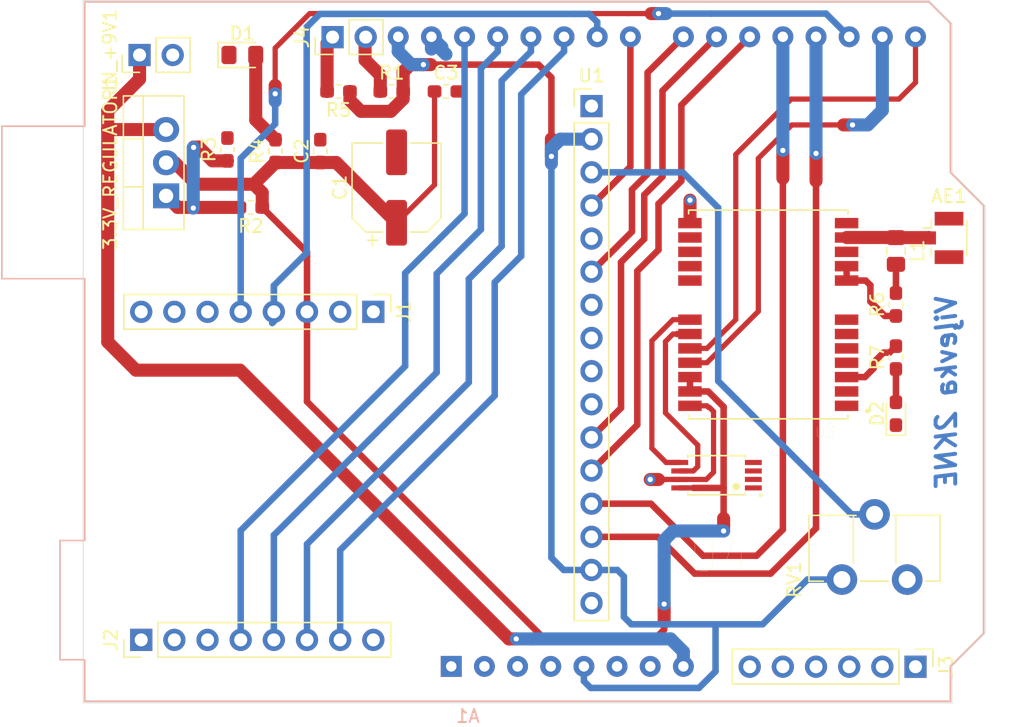
<source format=kicad_pcb>
(kicad_pcb (version 20171130) (host pcbnew "(5.1.4)-1")

  (general
    (thickness 1.6)
    (drawings 11)
    (tracks 284)
    (zones 0)
    (modules 25)
    (nets 59)
  )

  (page A4)
  (layers
    (0 F.Cu signal)
    (31 B.Cu signal)
    (32 B.Adhes user)
    (33 F.Adhes user)
    (34 B.Paste user)
    (35 F.Paste user)
    (36 B.SilkS user)
    (37 F.SilkS user)
    (38 B.Mask user)
    (39 F.Mask user)
    (40 Dwgs.User user)
    (41 Cmts.User user)
    (42 Eco1.User user)
    (43 Eco2.User user)
    (44 Edge.Cuts user)
    (45 Margin user)
    (46 B.CrtYd user)
    (47 F.CrtYd user)
    (48 B.Fab user)
    (49 F.Fab user)
  )

  (setup
    (last_trace_width 0.25)
    (user_trace_width 0.4)
    (user_trace_width 0.5)
    (user_trace_width 1)
    (trace_clearance 0.2)
    (zone_clearance 0.38)
    (zone_45_only no)
    (trace_min 0.2)
    (via_size 0.8)
    (via_drill 0.4)
    (via_min_size 0.4)
    (via_min_drill 0.3)
    (user_via 0.8 0.6)
    (uvia_size 0.3)
    (uvia_drill 0.1)
    (uvias_allowed no)
    (uvia_min_size 0.2)
    (uvia_min_drill 0.1)
    (edge_width 0.05)
    (segment_width 0.2)
    (pcb_text_width 0.3)
    (pcb_text_size 1.5 1.5)
    (mod_edge_width 0.12)
    (mod_text_size 1 1)
    (mod_text_width 0.15)
    (pad_size 1.524 1.524)
    (pad_drill 0.762)
    (pad_to_mask_clearance 0.051)
    (solder_mask_min_width 0.25)
    (aux_axis_origin 0 0)
    (visible_elements 7FFFFFFF)
    (pcbplotparams
      (layerselection 0x010f0_ffffffff)
      (usegerberextensions false)
      (usegerberattributes false)
      (usegerberadvancedattributes false)
      (creategerberjobfile false)
      (excludeedgelayer true)
      (linewidth 0.100000)
      (plotframeref false)
      (viasonmask false)
      (mode 1)
      (useauxorigin false)
      (hpglpennumber 1)
      (hpglpenspeed 20)
      (hpglpendiameter 15.000000)
      (psnegative false)
      (psa4output false)
      (plotreference true)
      (plotvalue true)
      (plotinvisibletext false)
      (padsonsilk false)
      (subtractmaskfromsilk false)
      (outputformat 1)
      (mirror false)
      (drillshape 0)
      (scaleselection 1)
      (outputdirectory ""))
  )

  (net 0 "")
  (net 1 +9V)
  (net 2 +3.3V)
  (net 3 "Net-(3.3V_REGULATOR1-Pad1)")
  (net 4 RXD1)
  (net 5 TXD1)
  (net 6 +5V)
  (net 7 "Net-(A1-Pad14)")
  (net 8 Earth)
  (net 9 "Net-(A1-Pad13)")
  (net 10 D13)
  (net 11 "Net-(A1-Pad12)")
  (net 12 D12)
  (net 13 "Net-(A1-Pad11)")
  (net 14 D11)
  (net 15 "Net-(A1-Pad10)")
  (net 16 D10)
  (net 17 "Net-(A1-Pad9)")
  (net 18 D9)
  (net 19 D8)
  (net 20 D7)
  (net 21 D6)
  (net 22 D5)
  (net 23 "Net-(A1-Pad4)")
  (net 24 D4)
  (net 25 "Net-(A1-Pad3)")
  (net 26 D3)
  (net 27 "Net-(A1-Pad2)")
  (net 28 D2)
  (net 29 "Net-(A1-Pad1)")
  (net 30 "Net-(A1-Pad31)")
  (net 31 "Net-(A1-Pad32)")
  (net 32 "Net-(J1-Pad8)")
  (net 33 "Net-(J1-Pad7)")
  (net 34 "Net-(J1-Pad6)")
  (net 35 "Net-(J2-Pad3)")
  (net 36 "Net-(J2-Pad2)")
  (net 37 "Net-(L1-Pad2)")
  (net 38 "Net-(AE1-Pad1)")
  (net 39 "Net-(D1-Pad2)")
  (net 40 "Net-(R6-Pad1)")
  (net 41 "Net-(R7-Pad2)")
  (net 42 "Net-(D2-Pad2)")
  (net 43 SCL2)
  (net 44 SDA2)
  (net 45 "Net-(U3-Pad17)")
  (net 46 "Net-(U3-Pad16)")
  (net 47 "Net-(U3-Pad15)")
  (net 48 "Net-(U3-Pad14)")
  (net 49 "Net-(U3-Pad6)")
  (net 50 "Net-(U3-Pad5)")
  (net 51 "Net-(U3-Pad4)")
  (net 52 "Net-(U3-Pad2)")
  (net 53 "Net-(U3-Pad1)")
  (net 54 "Net-(RV1-Pad2)")
  (net 55 "Net-(U1-Pad10)")
  (net 56 "Net-(U1-Pad9)")
  (net 57 "Net-(U1-Pad8)")
  (net 58 "Net-(U1-Pad7)")

  (net_class Default "This is the default net class."
    (clearance 0.2)
    (trace_width 0.25)
    (via_dia 0.8)
    (via_drill 0.4)
    (uvia_dia 0.3)
    (uvia_drill 0.1)
    (add_net +3.3V)
    (add_net +5V)
    (add_net +9V)
    (add_net D10)
    (add_net D11)
    (add_net D12)
    (add_net D13)
    (add_net D2)
    (add_net D3)
    (add_net D4)
    (add_net D5)
    (add_net D6)
    (add_net D7)
    (add_net D8)
    (add_net D9)
    (add_net Earth)
    (add_net "Net-(3.3V_REGULATOR1-Pad1)")
    (add_net "Net-(A1-Pad1)")
    (add_net "Net-(A1-Pad10)")
    (add_net "Net-(A1-Pad11)")
    (add_net "Net-(A1-Pad12)")
    (add_net "Net-(A1-Pad13)")
    (add_net "Net-(A1-Pad14)")
    (add_net "Net-(A1-Pad2)")
    (add_net "Net-(A1-Pad3)")
    (add_net "Net-(A1-Pad31)")
    (add_net "Net-(A1-Pad32)")
    (add_net "Net-(A1-Pad4)")
    (add_net "Net-(A1-Pad9)")
    (add_net "Net-(AE1-Pad1)")
    (add_net "Net-(D1-Pad2)")
    (add_net "Net-(D2-Pad2)")
    (add_net "Net-(J1-Pad6)")
    (add_net "Net-(J1-Pad7)")
    (add_net "Net-(J1-Pad8)")
    (add_net "Net-(J2-Pad2)")
    (add_net "Net-(J2-Pad3)")
    (add_net "Net-(L1-Pad2)")
    (add_net "Net-(R6-Pad1)")
    (add_net "Net-(R7-Pad2)")
    (add_net "Net-(RV1-Pad2)")
    (add_net "Net-(U1-Pad10)")
    (add_net "Net-(U1-Pad7)")
    (add_net "Net-(U1-Pad8)")
    (add_net "Net-(U1-Pad9)")
    (add_net "Net-(U3-Pad1)")
    (add_net "Net-(U3-Pad14)")
    (add_net "Net-(U3-Pad15)")
    (add_net "Net-(U3-Pad16)")
    (add_net "Net-(U3-Pad17)")
    (add_net "Net-(U3-Pad2)")
    (add_net "Net-(U3-Pad4)")
    (add_net "Net-(U3-Pad5)")
    (add_net "Net-(U3-Pad6)")
    (add_net RXD1)
    (add_net SCL2)
    (add_net SDA2)
    (add_net TXD1)
  )

  (module Module:Arduino_UNO_R3 (layer B.Cu) (tedit 58AB60FC) (tstamp 5E1C6A56)
    (at 140.843 114.427)
    (descr "Arduino UNO R3, http://www.mouser.com/pdfdocs/Gravitech_Arduino_Nano3_0.pdf")
    (tags "Arduino UNO R3")
    (path /5DC94684)
    (fp_text reference A1 (at 1.27 3.81 -180) (layer B.SilkS)
      (effects (font (size 1 1) (thickness 0.15)) (justify mirror))
    )
    (fp_text value Arduino_UNO_R3 (at 0 -22.86) (layer B.Fab)
      (effects (font (size 1 1) (thickness 0.15)) (justify mirror))
    )
    (fp_line (start -27.94 2.54) (end 38.1 2.54) (layer B.Fab) (width 0.1))
    (fp_line (start -27.94 -50.8) (end -27.94 2.54) (layer B.Fab) (width 0.1))
    (fp_line (start 36.58 -50.8) (end -27.94 -50.8) (layer B.Fab) (width 0.1))
    (fp_line (start 38.1 -49.28) (end 36.58 -50.8) (layer B.Fab) (width 0.1))
    (fp_line (start 38.1 0) (end 40.64 -2.54) (layer B.Fab) (width 0.1))
    (fp_line (start 38.1 2.54) (end 38.1 0) (layer B.Fab) (width 0.1))
    (fp_line (start 40.64 -35.31) (end 38.1 -37.85) (layer B.Fab) (width 0.1))
    (fp_line (start 40.64 -2.54) (end 40.64 -35.31) (layer B.Fab) (width 0.1))
    (fp_line (start 38.1 -37.85) (end 38.1 -49.28) (layer B.Fab) (width 0.1))
    (fp_line (start -29.84 -9.53) (end -29.84 -0.64) (layer B.Fab) (width 0.1))
    (fp_line (start -16.51 -9.53) (end -29.84 -9.53) (layer B.Fab) (width 0.1))
    (fp_line (start -16.51 -0.64) (end -16.51 -9.53) (layer B.Fab) (width 0.1))
    (fp_line (start -29.84 -0.64) (end -16.51 -0.64) (layer B.Fab) (width 0.1))
    (fp_line (start -34.29 -41.27) (end -34.29 -29.84) (layer B.Fab) (width 0.1))
    (fp_line (start -18.41 -41.27) (end -34.29 -41.27) (layer B.Fab) (width 0.1))
    (fp_line (start -18.41 -29.84) (end -18.41 -41.27) (layer B.Fab) (width 0.1))
    (fp_line (start -34.29 -29.84) (end -18.41 -29.84) (layer B.Fab) (width 0.1))
    (fp_line (start 38.23 -37.85) (end 40.77 -35.31) (layer B.SilkS) (width 0.12))
    (fp_line (start 38.23 -49.28) (end 38.23 -37.85) (layer B.SilkS) (width 0.12))
    (fp_line (start 36.58 -50.93) (end 38.23 -49.28) (layer B.SilkS) (width 0.12))
    (fp_line (start -28.07 -50.93) (end 36.58 -50.93) (layer B.SilkS) (width 0.12))
    (fp_line (start -28.07 -41.4) (end -28.07 -50.93) (layer B.SilkS) (width 0.12))
    (fp_line (start -34.42 -41.4) (end -28.07 -41.4) (layer B.SilkS) (width 0.12))
    (fp_line (start -34.42 -29.72) (end -34.42 -41.4) (layer B.SilkS) (width 0.12))
    (fp_line (start -28.07 -29.72) (end -34.42 -29.72) (layer B.SilkS) (width 0.12))
    (fp_line (start -28.07 -9.65) (end -28.07 -29.72) (layer B.SilkS) (width 0.12))
    (fp_line (start -29.97 -9.65) (end -28.07 -9.65) (layer B.SilkS) (width 0.12))
    (fp_line (start -29.97 -0.51) (end -29.97 -9.65) (layer B.SilkS) (width 0.12))
    (fp_line (start -28.07 -0.51) (end -29.97 -0.51) (layer B.SilkS) (width 0.12))
    (fp_line (start -28.07 2.67) (end -28.07 -0.51) (layer B.SilkS) (width 0.12))
    (fp_line (start 38.23 2.67) (end -28.07 2.67) (layer B.SilkS) (width 0.12))
    (fp_line (start 38.23 0) (end 38.23 2.67) (layer B.SilkS) (width 0.12))
    (fp_line (start 40.77 -2.54) (end 38.23 0) (layer B.SilkS) (width 0.12))
    (fp_line (start 40.77 -35.31) (end 40.77 -2.54) (layer B.SilkS) (width 0.12))
    (fp_line (start -28.19 2.79) (end 38.35 2.79) (layer B.CrtYd) (width 0.05))
    (fp_line (start -28.19 -0.38) (end -28.19 2.79) (layer B.CrtYd) (width 0.05))
    (fp_line (start -30.1 -0.38) (end -28.19 -0.38) (layer B.CrtYd) (width 0.05))
    (fp_line (start -30.1 -9.78) (end -30.1 -0.38) (layer B.CrtYd) (width 0.05))
    (fp_line (start -28.19 -9.78) (end -30.1 -9.78) (layer B.CrtYd) (width 0.05))
    (fp_line (start -28.19 -29.59) (end -28.19 -9.78) (layer B.CrtYd) (width 0.05))
    (fp_line (start -34.54 -29.59) (end -28.19 -29.59) (layer B.CrtYd) (width 0.05))
    (fp_line (start -34.54 -41.53) (end -34.54 -29.59) (layer B.CrtYd) (width 0.05))
    (fp_line (start -28.19 -41.53) (end -34.54 -41.53) (layer B.CrtYd) (width 0.05))
    (fp_line (start -28.19 -51.05) (end -28.19 -41.53) (layer B.CrtYd) (width 0.05))
    (fp_line (start 36.58 -51.05) (end -28.19 -51.05) (layer B.CrtYd) (width 0.05))
    (fp_line (start 38.35 -49.28) (end 36.58 -51.05) (layer B.CrtYd) (width 0.05))
    (fp_line (start 38.35 -37.85) (end 38.35 -49.28) (layer B.CrtYd) (width 0.05))
    (fp_line (start 40.89 -35.31) (end 38.35 -37.85) (layer B.CrtYd) (width 0.05))
    (fp_line (start 40.89 -2.54) (end 40.89 -35.31) (layer B.CrtYd) (width 0.05))
    (fp_line (start 38.35 0) (end 40.89 -2.54) (layer B.CrtYd) (width 0.05))
    (fp_line (start 38.35 2.79) (end 38.35 0) (layer B.CrtYd) (width 0.05))
    (fp_text user %R (at 0 -20.32 -180) (layer B.Fab)
      (effects (font (size 1 1) (thickness 0.15)) (justify mirror))
    )
    (pad 16 thru_hole oval (at 33.02 -48.26 270) (size 1.6 1.6) (drill 0.8) (layers *.Cu *.Mask)
      (net 4 RXD1))
    (pad 15 thru_hole oval (at 35.56 -48.26 270) (size 1.6 1.6) (drill 0.8) (layers *.Cu *.Mask)
      (net 5 TXD1))
    (pad 30 thru_hole oval (at -4.06 -48.26 270) (size 1.6 1.6) (drill 0.8) (layers *.Cu *.Mask)
      (net 6 +5V))
    (pad 14 thru_hole oval (at 35.56 0 270) (size 1.6 1.6) (drill 0.8) (layers *.Cu *.Mask)
      (net 7 "Net-(A1-Pad14)"))
    (pad 29 thru_hole oval (at -1.52 -48.26 270) (size 1.6 1.6) (drill 0.8) (layers *.Cu *.Mask)
      (net 8 Earth))
    (pad 13 thru_hole oval (at 33.02 0 270) (size 1.6 1.6) (drill 0.8) (layers *.Cu *.Mask)
      (net 9 "Net-(A1-Pad13)"))
    (pad 28 thru_hole oval (at 1.02 -48.26 270) (size 1.6 1.6) (drill 0.8) (layers *.Cu *.Mask)
      (net 10 D13))
    (pad 12 thru_hole oval (at 30.48 0 270) (size 1.6 1.6) (drill 0.8) (layers *.Cu *.Mask)
      (net 11 "Net-(A1-Pad12)"))
    (pad 27 thru_hole oval (at 3.56 -48.26 270) (size 1.6 1.6) (drill 0.8) (layers *.Cu *.Mask)
      (net 12 D12))
    (pad 11 thru_hole oval (at 27.94 0 270) (size 1.6 1.6) (drill 0.8) (layers *.Cu *.Mask)
      (net 13 "Net-(A1-Pad11)"))
    (pad 26 thru_hole oval (at 6.1 -48.26 270) (size 1.6 1.6) (drill 0.8) (layers *.Cu *.Mask)
      (net 14 D11))
    (pad 10 thru_hole oval (at 25.4 0 270) (size 1.6 1.6) (drill 0.8) (layers *.Cu *.Mask)
      (net 15 "Net-(A1-Pad10)"))
    (pad 25 thru_hole oval (at 8.64 -48.26 270) (size 1.6 1.6) (drill 0.8) (layers *.Cu *.Mask)
      (net 16 D10))
    (pad 9 thru_hole oval (at 22.86 0 270) (size 1.6 1.6) (drill 0.8) (layers *.Cu *.Mask)
      (net 17 "Net-(A1-Pad9)"))
    (pad 24 thru_hole oval (at 11.18 -48.26 270) (size 1.6 1.6) (drill 0.8) (layers *.Cu *.Mask)
      (net 18 D9))
    (pad 8 thru_hole oval (at 17.78 0 270) (size 1.6 1.6) (drill 0.8) (layers *.Cu *.Mask)
      (net 1 +9V))
    (pad 23 thru_hole oval (at 13.72 -48.26 270) (size 1.6 1.6) (drill 0.8) (layers *.Cu *.Mask)
      (net 19 D8))
    (pad 7 thru_hole oval (at 15.24 0 270) (size 1.6 1.6) (drill 0.8) (layers *.Cu *.Mask)
      (net 8 Earth))
    (pad 22 thru_hole oval (at 17.78 -48.26 270) (size 1.6 1.6) (drill 0.8) (layers *.Cu *.Mask)
      (net 20 D7))
    (pad 6 thru_hole oval (at 12.7 0 270) (size 1.6 1.6) (drill 0.8) (layers *.Cu *.Mask)
      (net 8 Earth))
    (pad 21 thru_hole oval (at 20.32 -48.26 270) (size 1.6 1.6) (drill 0.8) (layers *.Cu *.Mask)
      (net 21 D6))
    (pad 5 thru_hole oval (at 10.16 0 270) (size 1.6 1.6) (drill 0.8) (layers *.Cu *.Mask)
      (net 6 +5V))
    (pad 20 thru_hole oval (at 22.86 -48.26 270) (size 1.6 1.6) (drill 0.8) (layers *.Cu *.Mask)
      (net 22 D5))
    (pad 4 thru_hole oval (at 7.62 0 270) (size 1.6 1.6) (drill 0.8) (layers *.Cu *.Mask)
      (net 23 "Net-(A1-Pad4)"))
    (pad 19 thru_hole oval (at 25.4 -48.26 270) (size 1.6 1.6) (drill 0.8) (layers *.Cu *.Mask)
      (net 24 D4))
    (pad 3 thru_hole oval (at 5.08 0 270) (size 1.6 1.6) (drill 0.8) (layers *.Cu *.Mask)
      (net 25 "Net-(A1-Pad3)"))
    (pad 18 thru_hole oval (at 27.94 -48.26 270) (size 1.6 1.6) (drill 0.8) (layers *.Cu *.Mask)
      (net 26 D3))
    (pad 2 thru_hole oval (at 2.54 0 270) (size 1.6 1.6) (drill 0.8) (layers *.Cu *.Mask)
      (net 27 "Net-(A1-Pad2)"))
    (pad 17 thru_hole oval (at 30.48 -48.26 270) (size 1.6 1.6) (drill 0.8) (layers *.Cu *.Mask)
      (net 28 D2))
    (pad 1 thru_hole rect (at 0 0 270) (size 1.6 1.6) (drill 0.8) (layers *.Cu *.Mask)
      (net 29 "Net-(A1-Pad1)"))
    (pad 31 thru_hole oval (at -6.6 -48.26 270) (size 1.6 1.6) (drill 0.8) (layers *.Cu *.Mask)
      (net 30 "Net-(A1-Pad31)"))
    (pad 32 thru_hole oval (at -9.14 -48.26 270) (size 1.6 1.6) (drill 0.8) (layers *.Cu *.Mask)
      (net 31 "Net-(A1-Pad32)"))
    (model ${KISYS3DMOD}/Module.3dshapes/Arduino_UNO_R3.wrl
      (at (xyz 0 0 0))
      (scale (xyz 1 1 1))
      (rotate (xyz 0 0 0))
    )
  )

  (module Lodlaukumi:XCVR_NEO-6M-GPS (layer F.Cu) (tedit 5E0E60BF) (tstamp 5E1C6B4E)
    (at 165.1254 87.4522 180)
    (path /5E1C86D5)
    (fp_text reference U3 (at -4.37237 -9.03505) (layer F.SilkS)
      (effects (font (size 0.8 0.8) (thickness 0.015)))
    )
    (fp_text value NEO-6M-GPS (at 0.49554 9.20655) (layer F.Fab)
      (effects (font (size 0.8 0.8) (thickness 0.015)))
    )
    (fp_circle (center -7.6 -7.4) (end -7.5 -7.4) (layer F.Fab) (width 0.2))
    (fp_poly (pts (xy 7.3 -6.6) (xy 6.1 -6.6) (xy 6.1 -6.7) (xy 5.2 -6.7)
      (xy 5.2 -7.3) (xy 6.1 -7.3) (xy 6.1 -7.4) (xy 7.3 -7.4)) (layer F.Paste) (width 0.0001))
    (fp_poly (pts (xy 7.3 -5.5) (xy 6.1 -5.5) (xy 6.1 -5.6) (xy 5.2 -5.6)
      (xy 5.2 -6.2) (xy 6.1 -6.2) (xy 6.1 -6.3) (xy 7.3 -6.3)) (layer F.Paste) (width 0.0001))
    (fp_poly (pts (xy 7.3 -4.4) (xy 6.1 -4.4) (xy 6.1 -4.5) (xy 5.2 -4.5)
      (xy 5.2 -5.1) (xy 6.1 -5.1) (xy 6.1 -5.2) (xy 7.3 -5.2)) (layer F.Paste) (width 0.0001))
    (fp_poly (pts (xy 7.3 -3.3) (xy 6.1 -3.3) (xy 6.1 -3.4) (xy 5.2 -3.4)
      (xy 5.2 -4) (xy 6.1 -4) (xy 6.1 -4.1) (xy 7.3 -4.1)) (layer F.Paste) (width 0.0001))
    (fp_poly (pts (xy 7.3 -2.2) (xy 6.1 -2.2) (xy 6.1 -2.3) (xy 5.2 -2.3)
      (xy 5.2 -2.9) (xy 6.1 -2.9) (xy 6.1 -3) (xy 7.3 -3)) (layer F.Paste) (width 0.0001))
    (fp_poly (pts (xy 7.3 -1.1) (xy 6.1 -1.1) (xy 6.1 -1.2) (xy 5.2 -1.2)
      (xy 5.2 -1.8) (xy 6.1 -1.8) (xy 6.1 -1.9) (xy 7.3 -1.9)) (layer F.Paste) (width 0.0001))
    (fp_poly (pts (xy 7.3 0) (xy 6.1 0) (xy 6.1 -0.1) (xy 5.2 -0.1)
      (xy 5.2 -0.7) (xy 6.1 -0.7) (xy 6.1 -0.8) (xy 7.3 -0.8)) (layer F.Paste) (width 0.0001))
    (fp_poly (pts (xy -7.3 6.6) (xy -6.1 6.6) (xy -6.1 6.7) (xy -5.2 6.7)
      (xy -5.2 7.3) (xy -6.1 7.3) (xy -6.1 7.4) (xy -7.3 7.4)) (layer F.Paste) (width 0.0001))
    (fp_poly (pts (xy -7.3 5.5) (xy -6.1 5.5) (xy -6.1 5.6) (xy -5.2 5.6)
      (xy -5.2 6.2) (xy -6.1 6.2) (xy -6.1 6.3) (xy -7.3 6.3)) (layer F.Paste) (width 0.0001))
    (fp_poly (pts (xy -7.3 4.4) (xy -6.1 4.4) (xy -6.1 4.5) (xy -5.2 4.5)
      (xy -5.2 5.1) (xy -6.1 5.1) (xy -6.1 5.2) (xy -7.3 5.2)) (layer F.Paste) (width 0.0001))
    (fp_poly (pts (xy -7.3 3.3) (xy -6.1 3.3) (xy -6.1 3.4) (xy -5.2 3.4)
      (xy -5.2 4) (xy -6.1 4) (xy -6.1 4.1) (xy -7.3 4.1)) (layer F.Paste) (width 0.0001))
    (fp_poly (pts (xy -7.3 2.2) (xy -6.1 2.2) (xy -6.1 2.3) (xy -5.2 2.3)
      (xy -5.2 2.9) (xy -6.1 2.9) (xy -6.1 3) (xy -7.3 3)) (layer F.Paste) (width 0.0001))
    (fp_poly (pts (xy 7.3 6.6) (xy 6.1 6.6) (xy 6.1 6.7) (xy 5.2 6.7)
      (xy 5.2 7.3) (xy 6.1 7.3) (xy 6.1 7.4) (xy 7.3 7.4)) (layer F.Paste) (width 0.0001))
    (fp_poly (pts (xy 7.3 4.4) (xy 6.1 4.4) (xy 6.1 4.5) (xy 5.2 4.5)
      (xy 5.2 5.1) (xy 6.1 5.1) (xy 6.1 5.2) (xy 7.3 5.2)) (layer F.Paste) (width 0.0001))
    (fp_poly (pts (xy 7.3 5.5) (xy 6.1 5.5) (xy 6.1 5.6) (xy 5.2 5.6)
      (xy 5.2 6.2) (xy 6.1 6.2) (xy 6.1 6.3) (xy 7.3 6.3)) (layer F.Paste) (width 0.0001))
    (fp_poly (pts (xy 7.3 2.2) (xy 6.1 2.2) (xy 6.1 2.3) (xy 5.2 2.3)
      (xy 5.2 2.9) (xy 6.1 2.9) (xy 6.1 3) (xy 7.3 3)) (layer F.Paste) (width 0.0001))
    (fp_poly (pts (xy 7.3 3.3) (xy 6.1 3.3) (xy 6.1 3.4) (xy 5.2 3.4)
      (xy 5.2 4) (xy 6.1 4) (xy 6.1 4.1) (xy 7.3 4.1)) (layer F.Paste) (width 0.0001))
    (fp_poly (pts (xy -7.3 -5.5) (xy -6.1 -5.5) (xy -6.1 -5.6) (xy -5.2 -5.6)
      (xy -5.2 -6.2) (xy -6.1 -6.2) (xy -6.1 -6.3) (xy -7.3 -6.3)) (layer F.Paste) (width 0.0001))
    (fp_poly (pts (xy -7.3 -6.6) (xy -6.1 -6.6) (xy -6.1 -6.7) (xy -5.2 -6.7)
      (xy -5.2 -7.3) (xy -6.1 -7.3) (xy -6.1 -7.4) (xy -7.3 -7.4)) (layer F.Paste) (width 0.0001))
    (fp_poly (pts (xy -7.3 -3.3) (xy -6.1 -3.3) (xy -6.1 -3.4) (xy -5.2 -3.4)
      (xy -5.2 -4) (xy -6.1 -4) (xy -6.1 -4.1) (xy -7.3 -4.1)) (layer F.Paste) (width 0.0001))
    (fp_poly (pts (xy -7.3 -4.4) (xy -6.1 -4.4) (xy -6.1 -4.5) (xy -5.2 -4.5)
      (xy -5.2 -5.1) (xy -6.1 -5.1) (xy -6.1 -5.2) (xy -7.3 -5.2)) (layer F.Paste) (width 0.0001))
    (fp_poly (pts (xy -7.3 -1.1) (xy -6.1 -1.1) (xy -6.1 -1.2) (xy -5.2 -1.2)
      (xy -5.2 -1.8) (xy -6.1 -1.8) (xy -6.1 -1.9) (xy -7.3 -1.9)) (layer F.Paste) (width 0.0001))
    (fp_poly (pts (xy -7.3 0) (xy -6.1 0) (xy -6.1 -0.1) (xy -5.2 -0.1)
      (xy -5.2 -0.7) (xy -6.1 -0.7) (xy -6.1 -0.8) (xy -7.3 -0.8)) (layer F.Paste) (width 0.0001))
    (fp_poly (pts (xy -7.3 -2.2) (xy -6.1 -2.2) (xy -6.1 -2.3) (xy -5.2 -2.3)
      (xy -5.2 -2.9) (xy -6.1 -2.9) (xy -6.1 -3) (xy -7.3 -3)) (layer F.Paste) (width 0.0001))
    (fp_line (start -7.15 8.25) (end -7.15 -8.25) (layer F.CrtYd) (width 0.05))
    (fp_line (start 7.15 8.25) (end -7.15 8.25) (layer F.CrtYd) (width 0.05))
    (fp_line (start 7.15 -8.25) (end 7.15 8.25) (layer F.CrtYd) (width 0.05))
    (fp_line (start -7.15 -8.25) (end 7.15 -8.25) (layer F.CrtYd) (width 0.05))
    (fp_line (start 6.1 8) (end 6.1 7.72) (layer F.SilkS) (width 0.127))
    (fp_line (start -6.1 8) (end 6.1 8) (layer F.SilkS) (width 0.127))
    (fp_line (start -6.1 7.72) (end -6.1 8) (layer F.SilkS) (width 0.127))
    (fp_line (start 6.1 -8) (end 6.1 -7.72) (layer F.SilkS) (width 0.127))
    (fp_line (start -6.1 -8) (end 6.1 -8) (layer F.SilkS) (width 0.127))
    (fp_line (start -6.1 -7.72) (end -6.1 -8) (layer F.SilkS) (width 0.127))
    (fp_line (start -6.1 8) (end -6.1 -8) (layer F.Fab) (width 0.127))
    (fp_line (start 6.1 8) (end -6.1 8) (layer F.Fab) (width 0.127))
    (fp_line (start 6.1 -8) (end 6.1 8) (layer F.Fab) (width 0.127))
    (fp_line (start -6.1 -8) (end 6.1 -8) (layer F.Fab) (width 0.127))
    (fp_circle (center -7.6 -7.4) (end -7.5 -7.4) (layer F.SilkS) (width 0.2))
    (pad 24 smd rect (at 6 -7 180) (size 1.8 0.8) (layers F.Cu F.Mask)
      (net 8 Earth))
    (pad 23 smd rect (at 6 -5.9 180) (size 1.8 0.8) (layers F.Cu F.Mask)
      (net 2 +3.3V))
    (pad 22 smd rect (at 6 -4.8 180) (size 1.8 0.8) (layers F.Cu F.Mask)
      (net 2 +3.3V))
    (pad 21 smd rect (at 6 -3.7 180) (size 1.8 0.8) (layers F.Cu F.Mask)
      (net 4 RXD1))
    (pad 20 smd rect (at 6 -2.6 180) (size 1.8 0.8) (layers F.Cu F.Mask)
      (net 5 TXD1))
    (pad 19 smd rect (at 6 -1.5 180) (size 1.8 0.8) (layers F.Cu F.Mask)
      (net 43 SCL2))
    (pad 18 smd rect (at 6 -0.4 180) (size 1.8 0.8) (layers F.Cu F.Mask)
      (net 44 SDA2))
    (pad 17 smd rect (at 6 2.6 180) (size 1.8 0.8) (layers F.Cu F.Mask)
      (net 45 "Net-(U3-Pad17)"))
    (pad 16 smd rect (at 6 3.7 180) (size 1.8 0.8) (layers F.Cu F.Mask)
      (net 46 "Net-(U3-Pad16)"))
    (pad 15 smd rect (at 6 4.8 180) (size 1.8 0.8) (layers F.Cu F.Mask)
      (net 47 "Net-(U3-Pad15)"))
    (pad 14 smd rect (at 6 5.9 180) (size 1.8 0.8) (layers F.Cu F.Mask)
      (net 48 "Net-(U3-Pad14)"))
    (pad 13 smd rect (at 6 7 180) (size 1.8 0.8) (layers F.Cu F.Mask)
      (net 8 Earth))
    (pad 12 smd rect (at -6 7 180) (size 1.8 0.8) (layers F.Cu F.Mask)
      (net 8 Earth))
    (pad 11 smd rect (at -6 5.9 180) (size 1.8 0.8) (layers F.Cu F.Mask)
      (net 38 "Net-(AE1-Pad1)"))
    (pad 10 smd rect (at -6 4.8 180) (size 1.8 0.8) (layers F.Cu F.Mask)
      (net 8 Earth))
    (pad 9 smd rect (at -6 3.7 180) (size 1.8 0.8) (layers F.Cu F.Mask)
      (net 40 "Net-(R6-Pad1)"))
    (pad 8 smd rect (at -6 2.6 180) (size 1.8 0.8) (layers F.Cu F.Mask)
      (net 40 "Net-(R6-Pad1)"))
    (pad 7 smd rect (at -6 -0.4 180) (size 1.8 0.8) (layers F.Cu F.Mask)
      (net 8 Earth))
    (pad 6 smd rect (at -6 -1.5 180) (size 1.8 0.8) (layers F.Cu F.Mask)
      (net 49 "Net-(U3-Pad6)"))
    (pad 5 smd rect (at -6 -2.6 180) (size 1.8 0.8) (layers F.Cu F.Mask)
      (net 50 "Net-(U3-Pad5)"))
    (pad 4 smd rect (at -6 -3.7 180) (size 1.8 0.8) (layers F.Cu F.Mask)
      (net 51 "Net-(U3-Pad4)"))
    (pad 3 smd rect (at -6 -4.8 180) (size 1.8 0.8) (layers F.Cu F.Mask)
      (net 41 "Net-(R7-Pad2)"))
    (pad 2 smd rect (at -6 -5.9 180) (size 1.8 0.8) (layers F.Cu F.Mask)
      (net 52 "Net-(U3-Pad2)"))
    (pad 1 smd rect (at -6 -7 180) (size 1.8 0.8) (layers F.Cu F.Mask)
      (net 53 "Net-(U3-Pad1)"))
  )

  (module Connector_PinHeader_2.54mm:PinHeader_1x02_P2.54mm_Vertical (layer F.Cu) (tedit 59FED5CC) (tstamp 5E1EF4D6)
    (at 131.7498 66.1924 90)
    (descr "Through hole straight pin header, 1x02, 2.54mm pitch, single row")
    (tags "Through hole pin header THT 1x02 2.54mm single row")
    (path /5E3B6F19)
    (fp_text reference J4 (at 0 -2.33 90) (layer F.SilkS)
      (effects (font (size 1 1) (thickness 0.15)))
    )
    (fp_text value I2C (at 0 4.87 90) (layer F.Fab)
      (effects (font (size 1 1) (thickness 0.15)))
    )
    (fp_text user %R (at 0 1.27) (layer F.Fab)
      (effects (font (size 1 1) (thickness 0.15)))
    )
    (fp_line (start 1.8 -1.8) (end -1.8 -1.8) (layer F.CrtYd) (width 0.05))
    (fp_line (start 1.8 4.35) (end 1.8 -1.8) (layer F.CrtYd) (width 0.05))
    (fp_line (start -1.8 4.35) (end 1.8 4.35) (layer F.CrtYd) (width 0.05))
    (fp_line (start -1.8 -1.8) (end -1.8 4.35) (layer F.CrtYd) (width 0.05))
    (fp_line (start -1.33 -1.33) (end 0 -1.33) (layer F.SilkS) (width 0.12))
    (fp_line (start -1.33 0) (end -1.33 -1.33) (layer F.SilkS) (width 0.12))
    (fp_line (start -1.33 1.27) (end 1.33 1.27) (layer F.SilkS) (width 0.12))
    (fp_line (start 1.33 1.27) (end 1.33 3.87) (layer F.SilkS) (width 0.12))
    (fp_line (start -1.33 1.27) (end -1.33 3.87) (layer F.SilkS) (width 0.12))
    (fp_line (start -1.33 3.87) (end 1.33 3.87) (layer F.SilkS) (width 0.12))
    (fp_line (start -1.27 -0.635) (end -0.635 -1.27) (layer F.Fab) (width 0.1))
    (fp_line (start -1.27 3.81) (end -1.27 -0.635) (layer F.Fab) (width 0.1))
    (fp_line (start 1.27 3.81) (end -1.27 3.81) (layer F.Fab) (width 0.1))
    (fp_line (start 1.27 -1.27) (end 1.27 3.81) (layer F.Fab) (width 0.1))
    (fp_line (start -0.635 -1.27) (end 1.27 -1.27) (layer F.Fab) (width 0.1))
    (pad 2 thru_hole oval (at 0 2.54 90) (size 1.7 1.7) (drill 1) (layers *.Cu *.Mask)
      (net 30 "Net-(A1-Pad31)"))
    (pad 1 thru_hole rect (at 0 0 90) (size 1.7 1.7) (drill 1) (layers *.Cu *.Mask)
      (net 31 "Net-(A1-Pad32)"))
    (model ${KISYS3DMOD}/Connector_PinHeader_2.54mm.3dshapes/PinHeader_1x02_P2.54mm_Vertical.wrl
      (at (xyz 0 0 0))
      (scale (xyz 1 1 1))
      (rotate (xyz 0 0 0))
    )
  )

  (module Connector_PinHeader_2.54mm:PinHeader_1x06_P2.54mm_Vertical (layer F.Cu) (tedit 59FED5CC) (tstamp 5E1E73D2)
    (at 176.403 114.4524 270)
    (descr "Through hole straight pin header, 1x06, 2.54mm pitch, single row")
    (tags "Through hole pin header THT 1x06 2.54mm single row")
    (path /5E3A97DC)
    (fp_text reference J3 (at 0 -2.33 90) (layer F.SilkS)
      (effects (font (size 1 1) (thickness 0.15)))
    )
    (fp_text value "ACP test" (at 0 15.03 90) (layer F.Fab)
      (effects (font (size 1 1) (thickness 0.15)))
    )
    (fp_text user %R (at 0 6.35) (layer F.Fab)
      (effects (font (size 1 1) (thickness 0.15)))
    )
    (fp_line (start 1.8 -1.8) (end -1.8 -1.8) (layer F.CrtYd) (width 0.05))
    (fp_line (start 1.8 14.5) (end 1.8 -1.8) (layer F.CrtYd) (width 0.05))
    (fp_line (start -1.8 14.5) (end 1.8 14.5) (layer F.CrtYd) (width 0.05))
    (fp_line (start -1.8 -1.8) (end -1.8 14.5) (layer F.CrtYd) (width 0.05))
    (fp_line (start -1.33 -1.33) (end 0 -1.33) (layer F.SilkS) (width 0.12))
    (fp_line (start -1.33 0) (end -1.33 -1.33) (layer F.SilkS) (width 0.12))
    (fp_line (start -1.33 1.27) (end 1.33 1.27) (layer F.SilkS) (width 0.12))
    (fp_line (start 1.33 1.27) (end 1.33 14.03) (layer F.SilkS) (width 0.12))
    (fp_line (start -1.33 1.27) (end -1.33 14.03) (layer F.SilkS) (width 0.12))
    (fp_line (start -1.33 14.03) (end 1.33 14.03) (layer F.SilkS) (width 0.12))
    (fp_line (start -1.27 -0.635) (end -0.635 -1.27) (layer F.Fab) (width 0.1))
    (fp_line (start -1.27 13.97) (end -1.27 -0.635) (layer F.Fab) (width 0.1))
    (fp_line (start 1.27 13.97) (end -1.27 13.97) (layer F.Fab) (width 0.1))
    (fp_line (start 1.27 -1.27) (end 1.27 13.97) (layer F.Fab) (width 0.1))
    (fp_line (start -0.635 -1.27) (end 1.27 -1.27) (layer F.Fab) (width 0.1))
    (pad 6 thru_hole oval (at 0 12.7 270) (size 1.7 1.7) (drill 1) (layers *.Cu *.Mask)
      (net 17 "Net-(A1-Pad9)"))
    (pad 5 thru_hole oval (at 0 10.16 270) (size 1.7 1.7) (drill 1) (layers *.Cu *.Mask)
      (net 15 "Net-(A1-Pad10)"))
    (pad 4 thru_hole oval (at 0 7.62 270) (size 1.7 1.7) (drill 1) (layers *.Cu *.Mask)
      (net 13 "Net-(A1-Pad11)"))
    (pad 3 thru_hole oval (at 0 5.08 270) (size 1.7 1.7) (drill 1) (layers *.Cu *.Mask)
      (net 11 "Net-(A1-Pad12)"))
    (pad 2 thru_hole oval (at 0 2.54 270) (size 1.7 1.7) (drill 1) (layers *.Cu *.Mask)
      (net 9 "Net-(A1-Pad13)"))
    (pad 1 thru_hole rect (at 0 0 270) (size 1.7 1.7) (drill 1) (layers *.Cu *.Mask)
      (net 7 "Net-(A1-Pad14)"))
    (model ${KISYS3DMOD}/Connector_PinHeader_2.54mm.3dshapes/PinHeader_1x06_P2.54mm_Vertical.wrl
      (at (xyz 0 0 0))
      (scale (xyz 1 1 1))
      (rotate (xyz 0 0 0))
    )
  )

  (module Connector_PinHeader_2.54mm:PinHeader_1x16_P2.54mm_Vertical (layer F.Cu) (tedit 59FED5CC) (tstamp 5E1FACBF)
    (at 151.5872 71.4756)
    (descr "Through hole straight pin header, 1x16, 2.54mm pitch, single row")
    (tags "Through hole pin header THT 1x16 2.54mm single row")
    (path /5E0F32BD)
    (fp_text reference U1 (at 0 -2.33) (layer F.SilkS)
      (effects (font (size 1 1) (thickness 0.15)))
    )
    (fp_text value LCD (at 0 40.43) (layer F.Fab)
      (effects (font (size 1 1) (thickness 0.15)))
    )
    (fp_text user %R (at 0 19.05 90) (layer F.Fab)
      (effects (font (size 1 1) (thickness 0.15)))
    )
    (fp_line (start 1.8 -1.8) (end -1.8 -1.8) (layer F.CrtYd) (width 0.05))
    (fp_line (start 1.8 39.9) (end 1.8 -1.8) (layer F.CrtYd) (width 0.05))
    (fp_line (start -1.8 39.9) (end 1.8 39.9) (layer F.CrtYd) (width 0.05))
    (fp_line (start -1.8 -1.8) (end -1.8 39.9) (layer F.CrtYd) (width 0.05))
    (fp_line (start -1.33 -1.33) (end 0 -1.33) (layer F.SilkS) (width 0.12))
    (fp_line (start -1.33 0) (end -1.33 -1.33) (layer F.SilkS) (width 0.12))
    (fp_line (start -1.33 1.27) (end 1.33 1.27) (layer F.SilkS) (width 0.12))
    (fp_line (start 1.33 1.27) (end 1.33 39.43) (layer F.SilkS) (width 0.12))
    (fp_line (start -1.33 1.27) (end -1.33 39.43) (layer F.SilkS) (width 0.12))
    (fp_line (start -1.33 39.43) (end 1.33 39.43) (layer F.SilkS) (width 0.12))
    (fp_line (start -1.27 -0.635) (end -0.635 -1.27) (layer F.Fab) (width 0.1))
    (fp_line (start -1.27 39.37) (end -1.27 -0.635) (layer F.Fab) (width 0.1))
    (fp_line (start 1.27 39.37) (end -1.27 39.37) (layer F.Fab) (width 0.1))
    (fp_line (start 1.27 -1.27) (end 1.27 39.37) (layer F.Fab) (width 0.1))
    (fp_line (start -0.635 -1.27) (end 1.27 -1.27) (layer F.Fab) (width 0.1))
    (pad 16 thru_hole oval (at 0 38.1) (size 1.7 1.7) (drill 1) (layers *.Cu *.Mask)
      (net 8 Earth))
    (pad 15 thru_hole oval (at 0 35.56) (size 1.7 1.7) (drill 1) (layers *.Cu *.Mask)
      (net 6 +5V))
    (pad 14 thru_hole oval (at 0 33.02) (size 1.7 1.7) (drill 1) (layers *.Cu *.Mask)
      (net 26 D3))
    (pad 13 thru_hole oval (at 0 30.48) (size 1.7 1.7) (drill 1) (layers *.Cu *.Mask)
      (net 24 D4))
    (pad 12 thru_hole oval (at 0 27.94) (size 1.7 1.7) (drill 1) (layers *.Cu *.Mask)
      (net 22 D5))
    (pad 11 thru_hole oval (at 0 25.4) (size 1.7 1.7) (drill 1) (layers *.Cu *.Mask)
      (net 21 D6))
    (pad 10 thru_hole oval (at 0 22.86) (size 1.7 1.7) (drill 1) (layers *.Cu *.Mask)
      (net 55 "Net-(U1-Pad10)"))
    (pad 9 thru_hole oval (at 0 20.32) (size 1.7 1.7) (drill 1) (layers *.Cu *.Mask)
      (net 56 "Net-(U1-Pad9)"))
    (pad 8 thru_hole oval (at 0 17.78) (size 1.7 1.7) (drill 1) (layers *.Cu *.Mask)
      (net 57 "Net-(U1-Pad8)"))
    (pad 7 thru_hole oval (at 0 15.24) (size 1.7 1.7) (drill 1) (layers *.Cu *.Mask)
      (net 58 "Net-(U1-Pad7)"))
    (pad 6 thru_hole oval (at 0 12.7) (size 1.7 1.7) (drill 1) (layers *.Cu *.Mask)
      (net 20 D7))
    (pad 5 thru_hole oval (at 0 10.16) (size 1.7 1.7) (drill 1) (layers *.Cu *.Mask)
      (net 8 Earth))
    (pad 4 thru_hole oval (at 0 7.62) (size 1.7 1.7) (drill 1) (layers *.Cu *.Mask)
      (net 19 D8))
    (pad 3 thru_hole oval (at 0 5.08) (size 1.7 1.7) (drill 1) (layers *.Cu *.Mask)
      (net 54 "Net-(RV1-Pad2)"))
    (pad 2 thru_hole oval (at 0 2.54) (size 1.7 1.7) (drill 1) (layers *.Cu *.Mask)
      (net 6 +5V))
    (pad 1 thru_hole rect (at 0 0) (size 1.7 1.7) (drill 1) (layers *.Cu *.Mask)
      (net 8 Earth))
    (model ${KISYS3DMOD}/Connector_PinHeader_2.54mm.3dshapes/PinHeader_1x16_P2.54mm_Vertical.wrl
      (at (xyz 0 0 0))
      (scale (xyz 1 1 1))
      (rotate (xyz 0 0 0))
    )
  )

  (module Lodlaukumi:SOP8P65_300X640X120L60X24N (layer F.Cu) (tedit 5E1C6F1F) (tstamp 5E1E8AA6)
    (at 161.163 99.7712 180)
    (path /5E11D373)
    (fp_text reference U4 (at -0.181065 -6.233005) (layer F.SilkS)
      (effects (font (size 2.411142 2.411142) (thickness 0.015)))
    )
    (fp_text value 24aa32a (at 15.748 11.557 270) (layer F.Fab)
      (effects (font (size 2.38852 2.38852) (thickness 0.015)))
    )
    (fp_circle (center -3.39 -1.55) (end -3.315 -1.55) (layer F.SilkS) (width 0.15))
    (fp_circle (center -1.5 -0.87) (end -1.35 -0.87) (layer F.SilkS) (width 0.3))
    (fp_line (start 2.2 1.5) (end 2.2 1.36) (layer F.SilkS) (width 0.127))
    (fp_line (start -2.2 1.5) (end 2.2 1.5) (layer F.SilkS) (width 0.127))
    (fp_line (start -2.2 1.36) (end -2.2 1.5) (layer F.SilkS) (width 0.127))
    (fp_line (start 2.2 -1.5) (end 2.2 -1.37) (layer F.SilkS) (width 0.127))
    (fp_line (start -2.2 -1.5) (end 2.2 -1.5) (layer F.SilkS) (width 0.127))
    (fp_line (start -2.2 -1.37) (end -2.2 -1.5) (layer F.SilkS) (width 0.127))
    (fp_line (start -3.665 1.75) (end -3.665 -1.75) (layer F.CrtYd) (width 0.05))
    (fp_line (start 3.665 1.75) (end -3.665 1.75) (layer F.CrtYd) (width 0.05))
    (fp_line (start 3.665 -1.75) (end 3.665 1.75) (layer F.CrtYd) (width 0.05))
    (fp_line (start -3.665 -1.75) (end 3.665 -1.75) (layer F.CrtYd) (width 0.05))
    (fp_line (start -2.2 1.5) (end -2.2 -1.5) (layer F.Fab) (width 0.127))
    (fp_line (start 2.2 1.5) (end -2.2 1.5) (layer F.Fab) (width 0.127))
    (fp_line (start 2.2 -1.5) (end 2.2 1.5) (layer F.Fab) (width 0.127))
    (fp_line (start -2.2 -1.5) (end 2.2 -1.5) (layer F.Fab) (width 0.127))
    (pad 8 smd rect (at 2.82 -0.975 180) (size 1.29 0.39) (layers F.Cu F.Paste F.Mask)
      (net 2 +3.3V))
    (pad 7 smd rect (at 2.82 -0.325 180) (size 1.29 0.39) (layers F.Cu F.Paste F.Mask)
      (net 8 Earth))
    (pad 6 smd rect (at 2.82 0.325 180) (size 1.29 0.39) (layers F.Cu F.Paste F.Mask)
      (net 43 SCL2))
    (pad 5 smd rect (at 2.82 0.975 180) (size 1.29 0.39) (layers F.Cu F.Paste F.Mask)
      (net 44 SDA2))
    (pad 4 smd rect (at -2.82 0.975 180) (size 1.29 0.39) (layers F.Cu F.Paste F.Mask)
      (net 8 Earth))
    (pad 3 smd rect (at -2.82 0.325 180) (size 1.29 0.39) (layers F.Cu F.Paste F.Mask)
      (net 8 Earth))
    (pad 2 smd rect (at -2.82 -0.325 180) (size 1.29 0.39) (layers F.Cu F.Paste F.Mask)
      (net 8 Earth))
    (pad 1 smd rect (at -2.82 -0.975 180) (size 1.29 0.39) (layers F.Cu F.Paste F.Mask)
      (net 8 Earth))
  )

  (module Potentiometer_THT:Potentiometer_ACP_CA9-H5_Horizontal (layer F.Cu) (tedit 5A3D4994) (tstamp 5E1E74D4)
    (at 170.7642 107.7722 90)
    (descr "Potentiometer, horizontal, ACP CA9-H5, http://www.acptechnologies.com/wp-content/uploads/2017/05/02-ACP-CA9-CE9.pdf")
    (tags "Potentiometer horizontal ACP CA9-H5")
    (path /5DE5DB69)
    (fp_text reference RV1 (at 0 -3.65 90) (layer F.SilkS)
      (effects (font (size 1 1) (thickness 0.15)))
    )
    (fp_text value R_POT (at 0 8.65 90) (layer F.Fab)
      (effects (font (size 1 1) (thickness 0.15)))
    )
    (fp_text user %R (at 2.4 2.5 90) (layer F.Fab)
      (effects (font (size 1 1) (thickness 0.15)))
    )
    (fp_line (start 6.45 -2.7) (end -1.45 -2.7) (layer F.CrtYd) (width 0.05))
    (fp_line (start 6.45 7.65) (end 6.45 -2.7) (layer F.CrtYd) (width 0.05))
    (fp_line (start -1.45 7.65) (end 6.45 7.65) (layer F.CrtYd) (width 0.05))
    (fp_line (start -1.45 -2.7) (end -1.45 7.65) (layer F.CrtYd) (width 0.05))
    (fp_line (start 4.92 3.925) (end 4.92 4.12) (layer F.SilkS) (width 0.12))
    (fp_line (start 4.92 0.88) (end 4.92 1.075) (layer F.SilkS) (width 0.12))
    (fp_line (start -0.121 1.426) (end -0.121 3.575) (layer F.SilkS) (width 0.12))
    (fp_line (start 1.237 4.12) (end 4.92 4.12) (layer F.SilkS) (width 0.12))
    (fp_line (start 1.237 0.88) (end 4.92 0.88) (layer F.SilkS) (width 0.12))
    (fp_line (start -0.121 1.426) (end -0.121 3.575) (layer F.SilkS) (width 0.12))
    (fp_line (start -0.121 -2.521) (end -0.121 -1.426) (layer F.SilkS) (width 0.12))
    (fp_line (start -0.121 6.425) (end -0.121 7.52) (layer F.SilkS) (width 0.12))
    (fp_line (start 4.92 3.925) (end 4.92 7.52) (layer F.SilkS) (width 0.12))
    (fp_line (start 4.92 -2.521) (end 4.92 1.075) (layer F.SilkS) (width 0.12))
    (fp_line (start -0.121 7.52) (end 4.92 7.52) (layer F.SilkS) (width 0.12))
    (fp_line (start -0.121 -2.521) (end 4.92 -2.521) (layer F.SilkS) (width 0.12))
    (fp_line (start 4.8 1) (end 0 1) (layer F.Fab) (width 0.1))
    (fp_line (start 4.8 4) (end 4.8 1) (layer F.Fab) (width 0.1))
    (fp_line (start 0 4) (end 4.8 4) (layer F.Fab) (width 0.1))
    (fp_line (start 0 1) (end 0 4) (layer F.Fab) (width 0.1))
    (fp_line (start 0 -2.4) (end 4.8 -2.4) (layer F.Fab) (width 0.1))
    (fp_line (start 0 7.4) (end 0 -2.4) (layer F.Fab) (width 0.1))
    (fp_line (start 4.8 7.4) (end 0 7.4) (layer F.Fab) (width 0.1))
    (fp_line (start 4.8 -2.4) (end 4.8 7.4) (layer F.Fab) (width 0.1))
    (pad 1 thru_hole circle (at 0 0 90) (size 2.34 2.34) (drill 1.3) (layers *.Cu *.Mask)
      (net 6 +5V))
    (pad 2 thru_hole circle (at 5 2.5 90) (size 2.34 2.34) (drill 1.3) (layers *.Cu *.Mask)
      (net 54 "Net-(RV1-Pad2)"))
    (pad 3 thru_hole circle (at 0 5 90) (size 2.34 2.34) (drill 1.3) (layers *.Cu *.Mask)
      (net 8 Earth))
    (model ${KISYS3DMOD}/Potentiometer_THT.3dshapes/Potentiometer_ACP_CA9-H5_Horizontal.wrl
      (at (xyz 0 0 0))
      (scale (xyz 1 1 1))
      (rotate (xyz 0 0 0))
    )
  )

  (module Resistor_SMD:R_0603_1608Metric_Pad1.05x0.95mm_HandSolder (layer F.Cu) (tedit 5B301BBD) (tstamp 5E1E7474)
    (at 132.207 70.358 180)
    (descr "Resistor SMD 0603 (1608 Metric), square (rectangular) end terminal, IPC_7351 nominal with elongated pad for handsoldering. (Body size source: http://www.tortai-tech.com/upload/download/2011102023233369053.pdf), generated with kicad-footprint-generator")
    (tags "resistor handsolder")
    (path /5E3B7EF9)
    (attr smd)
    (fp_text reference R5 (at 0 -1.43) (layer F.SilkS)
      (effects (font (size 1 1) (thickness 0.15)))
    )
    (fp_text value 10k (at 0 1.43) (layer F.Fab)
      (effects (font (size 1 1) (thickness 0.15)))
    )
    (fp_text user %R (at 0 0) (layer F.Fab)
      (effects (font (size 0.4 0.4) (thickness 0.06)))
    )
    (fp_line (start 1.65 0.73) (end -1.65 0.73) (layer F.CrtYd) (width 0.05))
    (fp_line (start 1.65 -0.73) (end 1.65 0.73) (layer F.CrtYd) (width 0.05))
    (fp_line (start -1.65 -0.73) (end 1.65 -0.73) (layer F.CrtYd) (width 0.05))
    (fp_line (start -1.65 0.73) (end -1.65 -0.73) (layer F.CrtYd) (width 0.05))
    (fp_line (start -0.171267 0.51) (end 0.171267 0.51) (layer F.SilkS) (width 0.12))
    (fp_line (start -0.171267 -0.51) (end 0.171267 -0.51) (layer F.SilkS) (width 0.12))
    (fp_line (start 0.8 0.4) (end -0.8 0.4) (layer F.Fab) (width 0.1))
    (fp_line (start 0.8 -0.4) (end 0.8 0.4) (layer F.Fab) (width 0.1))
    (fp_line (start -0.8 -0.4) (end 0.8 -0.4) (layer F.Fab) (width 0.1))
    (fp_line (start -0.8 0.4) (end -0.8 -0.4) (layer F.Fab) (width 0.1))
    (pad 2 smd roundrect (at 0.875 0 180) (size 1.05 0.95) (layers F.Cu F.Paste F.Mask) (roundrect_rratio 0.25)
      (net 31 "Net-(A1-Pad32)"))
    (pad 1 smd roundrect (at -0.875 0 180) (size 1.05 0.95) (layers F.Cu F.Paste F.Mask) (roundrect_rratio 0.25)
      (net 6 +5V))
    (model ${KISYS3DMOD}/Resistor_SMD.3dshapes/R_0603_1608Metric.wrl
      (at (xyz 0 0 0))
      (scale (xyz 1 1 1))
      (rotate (xyz 0 0 0))
    )
  )

  (module Resistor_SMD:R_0603_1608Metric_Pad1.05x0.95mm_HandSolder (layer F.Cu) (tedit 5B301BBD) (tstamp 5E1E7403)
    (at 136.285 70.358)
    (descr "Resistor SMD 0603 (1608 Metric), square (rectangular) end terminal, IPC_7351 nominal with elongated pad for handsoldering. (Body size source: http://www.tortai-tech.com/upload/download/2011102023233369053.pdf), generated with kicad-footprint-generator")
    (tags "resistor handsolder")
    (path /5E3B96BA)
    (attr smd)
    (fp_text reference R1 (at 0 -1.43) (layer F.SilkS)
      (effects (font (size 1 1) (thickness 0.15)))
    )
    (fp_text value 10k (at 0 1.43) (layer F.Fab)
      (effects (font (size 1 1) (thickness 0.15)))
    )
    (fp_text user %R (at 0 0) (layer F.Fab)
      (effects (font (size 0.4 0.4) (thickness 0.06)))
    )
    (fp_line (start 1.65 0.73) (end -1.65 0.73) (layer F.CrtYd) (width 0.05))
    (fp_line (start 1.65 -0.73) (end 1.65 0.73) (layer F.CrtYd) (width 0.05))
    (fp_line (start -1.65 -0.73) (end 1.65 -0.73) (layer F.CrtYd) (width 0.05))
    (fp_line (start -1.65 0.73) (end -1.65 -0.73) (layer F.CrtYd) (width 0.05))
    (fp_line (start -0.171267 0.51) (end 0.171267 0.51) (layer F.SilkS) (width 0.12))
    (fp_line (start -0.171267 -0.51) (end 0.171267 -0.51) (layer F.SilkS) (width 0.12))
    (fp_line (start 0.8 0.4) (end -0.8 0.4) (layer F.Fab) (width 0.1))
    (fp_line (start 0.8 -0.4) (end 0.8 0.4) (layer F.Fab) (width 0.1))
    (fp_line (start -0.8 -0.4) (end 0.8 -0.4) (layer F.Fab) (width 0.1))
    (fp_line (start -0.8 0.4) (end -0.8 -0.4) (layer F.Fab) (width 0.1))
    (pad 2 smd roundrect (at 0.875 0) (size 1.05 0.95) (layers F.Cu F.Paste F.Mask) (roundrect_rratio 0.25)
      (net 6 +5V))
    (pad 1 smd roundrect (at -0.875 0) (size 1.05 0.95) (layers F.Cu F.Paste F.Mask) (roundrect_rratio 0.25)
      (net 30 "Net-(A1-Pad31)"))
    (model ${KISYS3DMOD}/Resistor_SMD.3dshapes/R_0603_1608Metric.wrl
      (at (xyz 0 0 0))
      (scale (xyz 1 1 1))
      (rotate (xyz 0 0 0))
    )
  )

  (module LED_SMD:LED_0603_1608Metric_Pad1.05x0.95mm_HandSolder (layer F.Cu) (tedit 5B4B45C9) (tstamp 5E1E72E5)
    (at 174.9044 95.0582 90)
    (descr "LED SMD 0603 (1608 Metric), square (rectangular) end terminal, IPC_7351 nominal, (Body size source: http://www.tortai-tech.com/upload/download/2011102023233369053.pdf), generated with kicad-footprint-generator")
    (tags "LED handsolder")
    (path /5E2DCE7B)
    (attr smd)
    (fp_text reference D2 (at 0 -1.43 90) (layer F.SilkS)
      (effects (font (size 1 1) (thickness 0.15)))
    )
    (fp_text value GPS (at 0 1.43 90) (layer F.Fab)
      (effects (font (size 1 1) (thickness 0.15)))
    )
    (fp_text user %R (at 0 0 90) (layer F.Fab)
      (effects (font (size 0.4 0.4) (thickness 0.06)))
    )
    (fp_line (start 1.65 0.73) (end -1.65 0.73) (layer F.CrtYd) (width 0.05))
    (fp_line (start 1.65 -0.73) (end 1.65 0.73) (layer F.CrtYd) (width 0.05))
    (fp_line (start -1.65 -0.73) (end 1.65 -0.73) (layer F.CrtYd) (width 0.05))
    (fp_line (start -1.65 0.73) (end -1.65 -0.73) (layer F.CrtYd) (width 0.05))
    (fp_line (start -1.66 0.735) (end 0.8 0.735) (layer F.SilkS) (width 0.12))
    (fp_line (start -1.66 -0.735) (end -1.66 0.735) (layer F.SilkS) (width 0.12))
    (fp_line (start 0.8 -0.735) (end -1.66 -0.735) (layer F.SilkS) (width 0.12))
    (fp_line (start 0.8 0.4) (end 0.8 -0.4) (layer F.Fab) (width 0.1))
    (fp_line (start -0.8 0.4) (end 0.8 0.4) (layer F.Fab) (width 0.1))
    (fp_line (start -0.8 -0.1) (end -0.8 0.4) (layer F.Fab) (width 0.1))
    (fp_line (start -0.5 -0.4) (end -0.8 -0.1) (layer F.Fab) (width 0.1))
    (fp_line (start 0.8 -0.4) (end -0.5 -0.4) (layer F.Fab) (width 0.1))
    (pad 2 smd roundrect (at 0.875 0 90) (size 1.05 0.95) (layers F.Cu F.Paste F.Mask) (roundrect_rratio 0.25)
      (net 42 "Net-(D2-Pad2)"))
    (pad 1 smd roundrect (at -0.875 0 90) (size 1.05 0.95) (layers F.Cu F.Paste F.Mask) (roundrect_rratio 0.25)
      (net 8 Earth))
    (model ${KISYS3DMOD}/LED_SMD.3dshapes/LED_0603_1608Metric.wrl
      (at (xyz 0 0 0))
      (scale (xyz 1 1 1))
      (rotate (xyz 0 0 0))
    )
  )

  (module LED_SMD:LED_0805_2012Metric_Pad1.15x1.40mm_HandSolder (layer F.Cu) (tedit 5B4B45C9) (tstamp 5E1E72D2)
    (at 124.841 67.564)
    (descr "LED SMD 0805 (2012 Metric), square (rectangular) end terminal, IPC_7351 nominal, (Body size source: https://docs.google.com/spreadsheets/d/1BsfQQcO9C6DZCsRaXUlFlo91Tg2WpOkGARC1WS5S8t0/edit?usp=sharing), generated with kicad-footprint-generator")
    (tags "LED handsolder")
    (path /5E24FA86)
    (attr smd)
    (fp_text reference D1 (at 0 -1.65) (layer F.SilkS)
      (effects (font (size 1 1) (thickness 0.15)))
    )
    (fp_text value 3V3 (at 0 1.65) (layer F.Fab)
      (effects (font (size 1 1) (thickness 0.15)))
    )
    (fp_text user %R (at 0 0) (layer F.Fab)
      (effects (font (size 0.5 0.5) (thickness 0.08)))
    )
    (fp_line (start 1.85 0.95) (end -1.85 0.95) (layer F.CrtYd) (width 0.05))
    (fp_line (start 1.85 -0.95) (end 1.85 0.95) (layer F.CrtYd) (width 0.05))
    (fp_line (start -1.85 -0.95) (end 1.85 -0.95) (layer F.CrtYd) (width 0.05))
    (fp_line (start -1.85 0.95) (end -1.85 -0.95) (layer F.CrtYd) (width 0.05))
    (fp_line (start -1.86 0.96) (end 1 0.96) (layer F.SilkS) (width 0.12))
    (fp_line (start -1.86 -0.96) (end -1.86 0.96) (layer F.SilkS) (width 0.12))
    (fp_line (start 1 -0.96) (end -1.86 -0.96) (layer F.SilkS) (width 0.12))
    (fp_line (start 1 0.6) (end 1 -0.6) (layer F.Fab) (width 0.1))
    (fp_line (start -1 0.6) (end 1 0.6) (layer F.Fab) (width 0.1))
    (fp_line (start -1 -0.3) (end -1 0.6) (layer F.Fab) (width 0.1))
    (fp_line (start -0.7 -0.6) (end -1 -0.3) (layer F.Fab) (width 0.1))
    (fp_line (start 1 -0.6) (end -0.7 -0.6) (layer F.Fab) (width 0.1))
    (pad 2 smd roundrect (at 1.025 0) (size 1.15 1.4) (layers F.Cu F.Paste F.Mask) (roundrect_rratio 0.217391)
      (net 39 "Net-(D1-Pad2)"))
    (pad 1 smd roundrect (at -1.025 0) (size 1.15 1.4) (layers F.Cu F.Paste F.Mask) (roundrect_rratio 0.217391)
      (net 8 Earth))
    (model ${KISYS3DMOD}/LED_SMD.3dshapes/LED_0805_2012Metric.wrl
      (at (xyz 0 0 0))
      (scale (xyz 1 1 1))
      (rotate (xyz 0 0 0))
    )
  )

  (module Capacitor_SMD:C_0603_1608Metric_Pad1.05x0.95mm_HandSolder (layer F.Cu) (tedit 5B301BBE) (tstamp 5E1E72BF)
    (at 140.4366 70.358)
    (descr "Capacitor SMD 0603 (1608 Metric), square (rectangular) end terminal, IPC_7351 nominal with elongated pad for handsoldering. (Body size source: http://www.tortai-tech.com/upload/download/2011102023233369053.pdf), generated with kicad-footprint-generator")
    (tags "capacitor handsolder")
    (path /5E13A6E9)
    (attr smd)
    (fp_text reference C3 (at 0 -1.43) (layer F.SilkS)
      (effects (font (size 1 1) (thickness 0.15)))
    )
    (fp_text value 0.1uF (at 0 1.43) (layer F.Fab)
      (effects (font (size 1 1) (thickness 0.15)))
    )
    (fp_text user %R (at 0 0) (layer F.Fab)
      (effects (font (size 0.4 0.4) (thickness 0.06)))
    )
    (fp_line (start 1.65 0.73) (end -1.65 0.73) (layer F.CrtYd) (width 0.05))
    (fp_line (start 1.65 -0.73) (end 1.65 0.73) (layer F.CrtYd) (width 0.05))
    (fp_line (start -1.65 -0.73) (end 1.65 -0.73) (layer F.CrtYd) (width 0.05))
    (fp_line (start -1.65 0.73) (end -1.65 -0.73) (layer F.CrtYd) (width 0.05))
    (fp_line (start -0.171267 0.51) (end 0.171267 0.51) (layer F.SilkS) (width 0.12))
    (fp_line (start -0.171267 -0.51) (end 0.171267 -0.51) (layer F.SilkS) (width 0.12))
    (fp_line (start 0.8 0.4) (end -0.8 0.4) (layer F.Fab) (width 0.1))
    (fp_line (start 0.8 -0.4) (end 0.8 0.4) (layer F.Fab) (width 0.1))
    (fp_line (start -0.8 -0.4) (end 0.8 -0.4) (layer F.Fab) (width 0.1))
    (fp_line (start -0.8 0.4) (end -0.8 -0.4) (layer F.Fab) (width 0.1))
    (pad 2 smd roundrect (at 0.875 0) (size 1.05 0.95) (layers F.Cu F.Paste F.Mask) (roundrect_rratio 0.25)
      (net 8 Earth))
    (pad 1 smd roundrect (at -0.875 0) (size 1.05 0.95) (layers F.Cu F.Paste F.Mask) (roundrect_rratio 0.25)
      (net 2 +3.3V))
    (model ${KISYS3DMOD}/Capacitor_SMD.3dshapes/C_0603_1608Metric.wrl
      (at (xyz 0 0 0))
      (scale (xyz 1 1 1))
      (rotate (xyz 0 0 0))
    )
  )

  (module Capacitor_SMD:C_0603_1608Metric_Pad1.05x0.95mm_HandSolder (layer F.Cu) (tedit 5B301BBE) (tstamp 5E1E72AE)
    (at 130.81 74.93 90)
    (descr "Capacitor SMD 0603 (1608 Metric), square (rectangular) end terminal, IPC_7351 nominal with elongated pad for handsoldering. (Body size source: http://www.tortai-tech.com/upload/download/2011102023233369053.pdf), generated with kicad-footprint-generator")
    (tags "capacitor handsolder")
    (path /5E293B62)
    (attr smd)
    (fp_text reference C2 (at 0 -1.43 90) (layer F.SilkS)
      (effects (font (size 1 1) (thickness 0.15)))
    )
    (fp_text value 100nF (at 0 1.43 90) (layer F.Fab)
      (effects (font (size 1 1) (thickness 0.15)))
    )
    (fp_text user %R (at 0 0 90) (layer F.Fab)
      (effects (font (size 0.4 0.4) (thickness 0.06)))
    )
    (fp_line (start 1.65 0.73) (end -1.65 0.73) (layer F.CrtYd) (width 0.05))
    (fp_line (start 1.65 -0.73) (end 1.65 0.73) (layer F.CrtYd) (width 0.05))
    (fp_line (start -1.65 -0.73) (end 1.65 -0.73) (layer F.CrtYd) (width 0.05))
    (fp_line (start -1.65 0.73) (end -1.65 -0.73) (layer F.CrtYd) (width 0.05))
    (fp_line (start -0.171267 0.51) (end 0.171267 0.51) (layer F.SilkS) (width 0.12))
    (fp_line (start -0.171267 -0.51) (end 0.171267 -0.51) (layer F.SilkS) (width 0.12))
    (fp_line (start 0.8 0.4) (end -0.8 0.4) (layer F.Fab) (width 0.1))
    (fp_line (start 0.8 -0.4) (end 0.8 0.4) (layer F.Fab) (width 0.1))
    (fp_line (start -0.8 -0.4) (end 0.8 -0.4) (layer F.Fab) (width 0.1))
    (fp_line (start -0.8 0.4) (end -0.8 -0.4) (layer F.Fab) (width 0.1))
    (pad 2 smd roundrect (at 0.875 0 90) (size 1.05 0.95) (layers F.Cu F.Paste F.Mask) (roundrect_rratio 0.25)
      (net 8 Earth))
    (pad 1 smd roundrect (at -0.875 0 90) (size 1.05 0.95) (layers F.Cu F.Paste F.Mask) (roundrect_rratio 0.25)
      (net 2 +3.3V))
    (model ${KISYS3DMOD}/Capacitor_SMD.3dshapes/C_0603_1608Metric.wrl
      (at (xyz 0 0 0))
      (scale (xyz 1 1 1))
      (rotate (xyz 0 0 0))
    )
  )

  (module Capacitor_SMD:CP_Elec_6.3x7.7 (layer F.Cu) (tedit 5BCA39D0) (tstamp 5E1E729D)
    (at 136.652 77.724 90)
    (descr "SMD capacitor, aluminum electrolytic, Nichicon, 6.3x7.7mm")
    (tags "capacitor electrolytic")
    (path /5E292C3A)
    (attr smd)
    (fp_text reference C1 (at 0 -4.35 90) (layer F.SilkS)
      (effects (font (size 1 1) (thickness 0.15)))
    )
    (fp_text value 10uF (at 0 4.35 90) (layer F.Fab)
      (effects (font (size 1 1) (thickness 0.15)))
    )
    (fp_text user %R (at 0 0 90) (layer F.Fab)
      (effects (font (size 1 1) (thickness 0.15)))
    )
    (fp_line (start -4.7 1.05) (end -3.55 1.05) (layer F.CrtYd) (width 0.05))
    (fp_line (start -4.7 -1.05) (end -4.7 1.05) (layer F.CrtYd) (width 0.05))
    (fp_line (start -3.55 -1.05) (end -4.7 -1.05) (layer F.CrtYd) (width 0.05))
    (fp_line (start -3.55 1.05) (end -3.55 2.4) (layer F.CrtYd) (width 0.05))
    (fp_line (start -3.55 -2.4) (end -3.55 -1.05) (layer F.CrtYd) (width 0.05))
    (fp_line (start -3.55 -2.4) (end -2.4 -3.55) (layer F.CrtYd) (width 0.05))
    (fp_line (start -3.55 2.4) (end -2.4 3.55) (layer F.CrtYd) (width 0.05))
    (fp_line (start -2.4 -3.55) (end 3.55 -3.55) (layer F.CrtYd) (width 0.05))
    (fp_line (start -2.4 3.55) (end 3.55 3.55) (layer F.CrtYd) (width 0.05))
    (fp_line (start 3.55 1.05) (end 3.55 3.55) (layer F.CrtYd) (width 0.05))
    (fp_line (start 4.7 1.05) (end 3.55 1.05) (layer F.CrtYd) (width 0.05))
    (fp_line (start 4.7 -1.05) (end 4.7 1.05) (layer F.CrtYd) (width 0.05))
    (fp_line (start 3.55 -1.05) (end 4.7 -1.05) (layer F.CrtYd) (width 0.05))
    (fp_line (start 3.55 -3.55) (end 3.55 -1.05) (layer F.CrtYd) (width 0.05))
    (fp_line (start -4.04375 -2.24125) (end -4.04375 -1.45375) (layer F.SilkS) (width 0.12))
    (fp_line (start -4.4375 -1.8475) (end -3.65 -1.8475) (layer F.SilkS) (width 0.12))
    (fp_line (start -3.41 2.345563) (end -2.345563 3.41) (layer F.SilkS) (width 0.12))
    (fp_line (start -3.41 -2.345563) (end -2.345563 -3.41) (layer F.SilkS) (width 0.12))
    (fp_line (start -3.41 -2.345563) (end -3.41 -1.06) (layer F.SilkS) (width 0.12))
    (fp_line (start -3.41 2.345563) (end -3.41 1.06) (layer F.SilkS) (width 0.12))
    (fp_line (start -2.345563 3.41) (end 3.41 3.41) (layer F.SilkS) (width 0.12))
    (fp_line (start -2.345563 -3.41) (end 3.41 -3.41) (layer F.SilkS) (width 0.12))
    (fp_line (start 3.41 -3.41) (end 3.41 -1.06) (layer F.SilkS) (width 0.12))
    (fp_line (start 3.41 3.41) (end 3.41 1.06) (layer F.SilkS) (width 0.12))
    (fp_line (start -2.389838 -1.645) (end -2.389838 -1.015) (layer F.Fab) (width 0.1))
    (fp_line (start -2.704838 -1.33) (end -2.074838 -1.33) (layer F.Fab) (width 0.1))
    (fp_line (start -3.3 2.3) (end -2.3 3.3) (layer F.Fab) (width 0.1))
    (fp_line (start -3.3 -2.3) (end -2.3 -3.3) (layer F.Fab) (width 0.1))
    (fp_line (start -3.3 -2.3) (end -3.3 2.3) (layer F.Fab) (width 0.1))
    (fp_line (start -2.3 3.3) (end 3.3 3.3) (layer F.Fab) (width 0.1))
    (fp_line (start -2.3 -3.3) (end 3.3 -3.3) (layer F.Fab) (width 0.1))
    (fp_line (start 3.3 -3.3) (end 3.3 3.3) (layer F.Fab) (width 0.1))
    (fp_circle (center 0 0) (end 3.15 0) (layer F.Fab) (width 0.1))
    (pad 2 smd roundrect (at 2.7 0 90) (size 3.5 1.6) (layers F.Cu F.Paste F.Mask) (roundrect_rratio 0.15625)
      (net 8 Earth))
    (pad 1 smd roundrect (at -2.7 0 90) (size 3.5 1.6) (layers F.Cu F.Paste F.Mask) (roundrect_rratio 0.15625)
      (net 2 +3.3V))
    (model ${KISYS3DMOD}/Capacitor_SMD.3dshapes/CP_Elec_6.3x7.7.wrl
      (at (xyz 0 0 0))
      (scale (xyz 1 1 1))
      (rotate (xyz 0 0 0))
    )
  )

  (module Connector_Coaxial:U.FL_Hirose_U.FL-R-SMT-1_Vertical (layer F.Cu) (tedit 5A1DBFC3) (tstamp 5E1E7275)
    (at 178.4944 81.5848)
    (descr "Hirose U.FL Coaxial https://www.hirose.com/product/en/products/U.FL/U.FL-R-SMT-1%2810%29/")
    (tags "Hirose U.FL Coaxial")
    (path /5E206190)
    (attr smd)
    (fp_text reference AE1 (at 0.475 -3.2) (layer F.SilkS)
      (effects (font (size 1 1) (thickness 0.15)))
    )
    (fp_text value Antenna_Shield (at 0.475 3.2) (layer F.Fab)
      (effects (font (size 1 1) (thickness 0.15)))
    )
    (fp_line (start -1.32 -1) (end -2.02 -1) (layer F.CrtYd) (width 0.05))
    (fp_line (start -1.32 1.8) (end -1.32 1) (layer F.CrtYd) (width 0.05))
    (fp_line (start -1.32 -1.8) (end -1.12 -1.8) (layer F.CrtYd) (width 0.05))
    (fp_line (start -1.12 -1.8) (end -1.12 -2.5) (layer F.CrtYd) (width 0.05))
    (fp_line (start 2.08 -2.5) (end -1.12 -2.5) (layer F.CrtYd) (width 0.05))
    (fp_line (start -1.32 -1) (end -1.32 -1.8) (layer F.CrtYd) (width 0.05))
    (fp_line (start 2.08 -1.8) (end 2.08 -2.5) (layer F.CrtYd) (width 0.05))
    (fp_line (start 2.08 -1.8) (end 2.28 -1.8) (layer F.CrtYd) (width 0.05))
    (fp_line (start -0.885 -1.4) (end -0.885 -0.76) (layer F.SilkS) (width 0.12))
    (fp_line (start -0.425 1.5) (end -0.425 1.3) (layer F.Fab) (width 0.1))
    (fp_line (start -0.425 1.3) (end -0.825 1.3) (layer F.Fab) (width 0.1))
    (fp_line (start -0.825 0.3) (end -0.825 1.3) (layer F.Fab) (width 0.1))
    (fp_line (start -1.075 0.3) (end -0.825 0.3) (layer F.Fab) (width 0.1))
    (fp_line (start -1.075 0.3) (end -1.075 -0.15) (layer F.Fab) (width 0.1))
    (fp_line (start -0.925 -0.3) (end -0.825 -0.3) (layer F.Fab) (width 0.1))
    (fp_line (start -0.825 -0.3) (end -0.825 -1.3) (layer F.Fab) (width 0.1))
    (fp_line (start -0.425 -1.5) (end -0.425 -1.3) (layer F.Fab) (width 0.1))
    (fp_line (start -0.425 -1.3) (end -0.825 -1.3) (layer F.Fab) (width 0.1))
    (fp_line (start -0.425 1.5) (end 1.375 1.5) (layer F.Fab) (width 0.1))
    (fp_line (start 1.375 1.5) (end 1.375 1.3) (layer F.Fab) (width 0.1))
    (fp_line (start 1.775 1.3) (end 1.375 1.3) (layer F.Fab) (width 0.1))
    (fp_line (start 1.775 -1.3) (end 1.775 1.3) (layer F.Fab) (width 0.1))
    (fp_line (start -0.425 -1.5) (end 1.375 -1.5) (layer F.Fab) (width 0.1))
    (fp_line (start 1.375 -1.5) (end 1.375 -1.3) (layer F.Fab) (width 0.1))
    (fp_line (start 1.775 -1.3) (end 1.375 -1.3) (layer F.Fab) (width 0.1))
    (fp_line (start -0.925 -0.3) (end -1.075 -0.15) (layer F.Fab) (width 0.1))
    (fp_line (start -0.885 1.4) (end -0.885 0.76) (layer F.SilkS) (width 0.12))
    (fp_line (start -0.885 -0.76) (end -1.515 -0.76) (layer F.SilkS) (width 0.12))
    (fp_line (start 1.835 -1.35) (end 1.835 1.35) (layer F.SilkS) (width 0.12))
    (fp_line (start 2.08 2.5) (end -1.12 2.5) (layer F.CrtYd) (width 0.05))
    (fp_line (start -1.12 2.5) (end -1.12 1.8) (layer F.CrtYd) (width 0.05))
    (fp_line (start -1.32 1.8) (end -1.12 1.8) (layer F.CrtYd) (width 0.05))
    (fp_line (start 2.28 1.8) (end 2.28 -1.8) (layer F.CrtYd) (width 0.05))
    (fp_line (start 2.08 2.5) (end 2.08 1.8) (layer F.CrtYd) (width 0.05))
    (fp_line (start 2.08 1.8) (end 2.28 1.8) (layer F.CrtYd) (width 0.05))
    (fp_line (start -1.32 1) (end -2.02 1) (layer F.CrtYd) (width 0.05))
    (fp_line (start -2.02 1) (end -2.02 -1) (layer F.CrtYd) (width 0.05))
    (fp_text user %R (at 0.475 0 90) (layer F.Fab)
      (effects (font (size 0.6 0.6) (thickness 0.09)))
    )
    (pad 2 smd rect (at 0.475 -1.475) (size 2.2 1.05) (layers F.Cu F.Paste F.Mask)
      (net 8 Earth))
    (pad 1 smd rect (at -1.05 0) (size 1.05 1) (layers F.Cu F.Paste F.Mask)
      (net 38 "Net-(AE1-Pad1)"))
    (pad 2 smd rect (at 0.475 1.475) (size 2.2 1.05) (layers F.Cu F.Paste F.Mask)
      (net 8 Earth))
    (model ${KISYS3DMOD}/Connector_Coaxial.3dshapes/U.FL_Hirose_U.FL-R-SMT-1_Vertical.wrl
      (offset (xyz 0.4749999928262157 0 0))
      (scale (xyz 1 1 1))
      (rotate (xyz 0 0 0))
    )
  )

  (module Resistor_SMD:R_0603_1608Metric_Pad1.05x0.95mm_HandSolder (layer F.Cu) (tedit 5B301BBD) (tstamp 5E1C6B0A)
    (at 174.9044 90.7542 90)
    (descr "Resistor SMD 0603 (1608 Metric), square (rectangular) end terminal, IPC_7351 nominal with elongated pad for handsoldering. (Body size source: http://www.tortai-tech.com/upload/download/2011102023233369053.pdf), generated with kicad-footprint-generator")
    (tags "resistor handsolder")
    (path /5E2D2801)
    (attr smd)
    (fp_text reference R7 (at 0 -1.43 90) (layer F.SilkS)
      (effects (font (size 1 1) (thickness 0.15)))
    )
    (fp_text value 1k (at 0 1.43 90) (layer F.Fab)
      (effects (font (size 1 1) (thickness 0.15)))
    )
    (fp_text user %R (at 0 0 90) (layer F.Fab)
      (effects (font (size 0.4 0.4) (thickness 0.06)))
    )
    (fp_line (start 1.65 0.73) (end -1.65 0.73) (layer F.CrtYd) (width 0.05))
    (fp_line (start 1.65 -0.73) (end 1.65 0.73) (layer F.CrtYd) (width 0.05))
    (fp_line (start -1.65 -0.73) (end 1.65 -0.73) (layer F.CrtYd) (width 0.05))
    (fp_line (start -1.65 0.73) (end -1.65 -0.73) (layer F.CrtYd) (width 0.05))
    (fp_line (start -0.171267 0.51) (end 0.171267 0.51) (layer F.SilkS) (width 0.12))
    (fp_line (start -0.171267 -0.51) (end 0.171267 -0.51) (layer F.SilkS) (width 0.12))
    (fp_line (start 0.8 0.4) (end -0.8 0.4) (layer F.Fab) (width 0.1))
    (fp_line (start 0.8 -0.4) (end 0.8 0.4) (layer F.Fab) (width 0.1))
    (fp_line (start -0.8 -0.4) (end 0.8 -0.4) (layer F.Fab) (width 0.1))
    (fp_line (start -0.8 0.4) (end -0.8 -0.4) (layer F.Fab) (width 0.1))
    (pad 2 smd roundrect (at 0.875 0 90) (size 1.05 0.95) (layers F.Cu F.Paste F.Mask) (roundrect_rratio 0.25)
      (net 41 "Net-(R7-Pad2)"))
    (pad 1 smd roundrect (at -0.875 0 90) (size 1.05 0.95) (layers F.Cu F.Paste F.Mask) (roundrect_rratio 0.25)
      (net 42 "Net-(D2-Pad2)"))
    (model ${KISYS3DMOD}/Resistor_SMD.3dshapes/R_0603_1608Metric.wrl
      (at (xyz 0 0 0))
      (scale (xyz 1 1 1))
      (rotate (xyz 0 0 0))
    )
  )

  (module Resistor_SMD:R_0603_1608Metric_Pad1.05x0.95mm_HandSolder (layer F.Cu) (tedit 5B301BBD) (tstamp 5E1C6AF9)
    (at 174.9044 86.6902 90)
    (descr "Resistor SMD 0603 (1608 Metric), square (rectangular) end terminal, IPC_7351 nominal with elongated pad for handsoldering. (Body size source: http://www.tortai-tech.com/upload/download/2011102023233369053.pdf), generated with kicad-footprint-generator")
    (tags "resistor handsolder")
    (path /5E1EAFC5)
    (attr smd)
    (fp_text reference R6 (at 0 -1.43 90) (layer F.SilkS)
      (effects (font (size 1 1) (thickness 0.15)))
    )
    (fp_text value 22R (at 0 1.43 90) (layer F.Fab)
      (effects (font (size 1 1) (thickness 0.15)))
    )
    (fp_text user %R (at 0 0 90) (layer F.Fab)
      (effects (font (size 0.4 0.4) (thickness 0.06)))
    )
    (fp_line (start 1.65 0.73) (end -1.65 0.73) (layer F.CrtYd) (width 0.05))
    (fp_line (start 1.65 -0.73) (end 1.65 0.73) (layer F.CrtYd) (width 0.05))
    (fp_line (start -1.65 -0.73) (end 1.65 -0.73) (layer F.CrtYd) (width 0.05))
    (fp_line (start -1.65 0.73) (end -1.65 -0.73) (layer F.CrtYd) (width 0.05))
    (fp_line (start -0.171267 0.51) (end 0.171267 0.51) (layer F.SilkS) (width 0.12))
    (fp_line (start -0.171267 -0.51) (end 0.171267 -0.51) (layer F.SilkS) (width 0.12))
    (fp_line (start 0.8 0.4) (end -0.8 0.4) (layer F.Fab) (width 0.1))
    (fp_line (start 0.8 -0.4) (end 0.8 0.4) (layer F.Fab) (width 0.1))
    (fp_line (start -0.8 -0.4) (end 0.8 -0.4) (layer F.Fab) (width 0.1))
    (fp_line (start -0.8 0.4) (end -0.8 -0.4) (layer F.Fab) (width 0.1))
    (pad 2 smd roundrect (at 0.875 0 90) (size 1.05 0.95) (layers F.Cu F.Paste F.Mask) (roundrect_rratio 0.25)
      (net 37 "Net-(L1-Pad2)"))
    (pad 1 smd roundrect (at -0.875 0 90) (size 1.05 0.95) (layers F.Cu F.Paste F.Mask) (roundrect_rratio 0.25)
      (net 40 "Net-(R6-Pad1)"))
    (model ${KISYS3DMOD}/Resistor_SMD.3dshapes/R_0603_1608Metric.wrl
      (at (xyz 0 0 0))
      (scale (xyz 1 1 1))
      (rotate (xyz 0 0 0))
    )
  )

  (module Resistor_SMD:R_0603_1608Metric_Pad1.05x0.95mm_HandSolder (layer F.Cu) (tedit 5B301BBD) (tstamp 5E1C6AE8)
    (at 127.381 74.93 90)
    (descr "Resistor SMD 0603 (1608 Metric), square (rectangular) end terminal, IPC_7351 nominal with elongated pad for handsoldering. (Body size source: http://www.tortai-tech.com/upload/download/2011102023233369053.pdf), generated with kicad-footprint-generator")
    (tags "resistor handsolder")
    (path /5E24F369)
    (attr smd)
    (fp_text reference R4 (at 0 -1.43 90) (layer F.SilkS)
      (effects (font (size 1 1) (thickness 0.15)))
    )
    (fp_text value 680R (at 0 1.43 90) (layer F.Fab)
      (effects (font (size 1 1) (thickness 0.15)))
    )
    (fp_text user %R (at 0 0 90) (layer F.Fab)
      (effects (font (size 0.4 0.4) (thickness 0.06)))
    )
    (fp_line (start 1.65 0.73) (end -1.65 0.73) (layer F.CrtYd) (width 0.05))
    (fp_line (start 1.65 -0.73) (end 1.65 0.73) (layer F.CrtYd) (width 0.05))
    (fp_line (start -1.65 -0.73) (end 1.65 -0.73) (layer F.CrtYd) (width 0.05))
    (fp_line (start -1.65 0.73) (end -1.65 -0.73) (layer F.CrtYd) (width 0.05))
    (fp_line (start -0.171267 0.51) (end 0.171267 0.51) (layer F.SilkS) (width 0.12))
    (fp_line (start -0.171267 -0.51) (end 0.171267 -0.51) (layer F.SilkS) (width 0.12))
    (fp_line (start 0.8 0.4) (end -0.8 0.4) (layer F.Fab) (width 0.1))
    (fp_line (start 0.8 -0.4) (end 0.8 0.4) (layer F.Fab) (width 0.1))
    (fp_line (start -0.8 -0.4) (end 0.8 -0.4) (layer F.Fab) (width 0.1))
    (fp_line (start -0.8 0.4) (end -0.8 -0.4) (layer F.Fab) (width 0.1))
    (pad 2 smd roundrect (at 0.875 0 90) (size 1.05 0.95) (layers F.Cu F.Paste F.Mask) (roundrect_rratio 0.25)
      (net 39 "Net-(D1-Pad2)"))
    (pad 1 smd roundrect (at -0.875 0 90) (size 1.05 0.95) (layers F.Cu F.Paste F.Mask) (roundrect_rratio 0.25)
      (net 2 +3.3V))
    (model ${KISYS3DMOD}/Resistor_SMD.3dshapes/R_0603_1608Metric.wrl
      (at (xyz 0 0 0))
      (scale (xyz 1 1 1))
      (rotate (xyz 0 0 0))
    )
  )

  (module Resistor_SMD:R_0603_1608Metric_Pad1.05x0.95mm_HandSolder (layer F.Cu) (tedit 5B301BBD) (tstamp 5E1C6AD7)
    (at 123.698 74.803 90)
    (descr "Resistor SMD 0603 (1608 Metric), square (rectangular) end terminal, IPC_7351 nominal with elongated pad for handsoldering. (Body size source: http://www.tortai-tech.com/upload/download/2011102023233369053.pdf), generated with kicad-footprint-generator")
    (tags "resistor handsolder")
    (path /5DC97ED7)
    (attr smd)
    (fp_text reference R3 (at 0 -1.43 90) (layer F.SilkS)
      (effects (font (size 1 1) (thickness 0.15)))
    )
    (fp_text value 360R (at 0 1.43 90) (layer F.Fab)
      (effects (font (size 1 1) (thickness 0.15)))
    )
    (fp_text user %R (at 0 0 90) (layer F.Fab)
      (effects (font (size 0.4 0.4) (thickness 0.06)))
    )
    (fp_line (start 1.65 0.73) (end -1.65 0.73) (layer F.CrtYd) (width 0.05))
    (fp_line (start 1.65 -0.73) (end 1.65 0.73) (layer F.CrtYd) (width 0.05))
    (fp_line (start -1.65 -0.73) (end 1.65 -0.73) (layer F.CrtYd) (width 0.05))
    (fp_line (start -1.65 0.73) (end -1.65 -0.73) (layer F.CrtYd) (width 0.05))
    (fp_line (start -0.171267 0.51) (end 0.171267 0.51) (layer F.SilkS) (width 0.12))
    (fp_line (start -0.171267 -0.51) (end 0.171267 -0.51) (layer F.SilkS) (width 0.12))
    (fp_line (start 0.8 0.4) (end -0.8 0.4) (layer F.Fab) (width 0.1))
    (fp_line (start 0.8 -0.4) (end 0.8 0.4) (layer F.Fab) (width 0.1))
    (fp_line (start -0.8 -0.4) (end 0.8 -0.4) (layer F.Fab) (width 0.1))
    (fp_line (start -0.8 0.4) (end -0.8 -0.4) (layer F.Fab) (width 0.1))
    (pad 2 smd roundrect (at 0.875 0 90) (size 1.05 0.95) (layers F.Cu F.Paste F.Mask) (roundrect_rratio 0.25)
      (net 8 Earth))
    (pad 1 smd roundrect (at -0.875 0 90) (size 1.05 0.95) (layers F.Cu F.Paste F.Mask) (roundrect_rratio 0.25)
      (net 3 "Net-(3.3V_REGULATOR1-Pad1)"))
    (model ${KISYS3DMOD}/Resistor_SMD.3dshapes/R_0603_1608Metric.wrl
      (at (xyz 0 0 0))
      (scale (xyz 1 1 1))
      (rotate (xyz 0 0 0))
    )
  )

  (module Resistor_SMD:R_0603_1608Metric_Pad1.05x0.95mm_HandSolder (layer F.Cu) (tedit 5B301BBD) (tstamp 5E1C6AC6)
    (at 125.49 79.248 180)
    (descr "Resistor SMD 0603 (1608 Metric), square (rectangular) end terminal, IPC_7351 nominal with elongated pad for handsoldering. (Body size source: http://www.tortai-tech.com/upload/download/2011102023233369053.pdf), generated with kicad-footprint-generator")
    (tags "resistor handsolder")
    (path /5DC98627)
    (attr smd)
    (fp_text reference R2 (at 0 -1.43) (layer F.SilkS)
      (effects (font (size 1 1) (thickness 0.15)))
    )
    (fp_text value 220R (at 0 1.43) (layer F.Fab)
      (effects (font (size 1 1) (thickness 0.15)))
    )
    (fp_text user %R (at 0 0) (layer F.Fab)
      (effects (font (size 0.4 0.4) (thickness 0.06)))
    )
    (fp_line (start 1.65 0.73) (end -1.65 0.73) (layer F.CrtYd) (width 0.05))
    (fp_line (start 1.65 -0.73) (end 1.65 0.73) (layer F.CrtYd) (width 0.05))
    (fp_line (start -1.65 -0.73) (end 1.65 -0.73) (layer F.CrtYd) (width 0.05))
    (fp_line (start -1.65 0.73) (end -1.65 -0.73) (layer F.CrtYd) (width 0.05))
    (fp_line (start -0.171267 0.51) (end 0.171267 0.51) (layer F.SilkS) (width 0.12))
    (fp_line (start -0.171267 -0.51) (end 0.171267 -0.51) (layer F.SilkS) (width 0.12))
    (fp_line (start 0.8 0.4) (end -0.8 0.4) (layer F.Fab) (width 0.1))
    (fp_line (start 0.8 -0.4) (end 0.8 0.4) (layer F.Fab) (width 0.1))
    (fp_line (start -0.8 -0.4) (end 0.8 -0.4) (layer F.Fab) (width 0.1))
    (fp_line (start -0.8 0.4) (end -0.8 -0.4) (layer F.Fab) (width 0.1))
    (pad 2 smd roundrect (at 0.875 0 180) (size 1.05 0.95) (layers F.Cu F.Paste F.Mask) (roundrect_rratio 0.25)
      (net 3 "Net-(3.3V_REGULATOR1-Pad1)"))
    (pad 1 smd roundrect (at -0.875 0 180) (size 1.05 0.95) (layers F.Cu F.Paste F.Mask) (roundrect_rratio 0.25)
      (net 2 +3.3V))
    (model ${KISYS3DMOD}/Resistor_SMD.3dshapes/R_0603_1608Metric.wrl
      (at (xyz 0 0 0))
      (scale (xyz 1 1 1))
      (rotate (xyz 0 0 0))
    )
  )

  (module Inductor_SMD:L_0805_2012Metric_Pad1.15x1.40mm_HandSolder (layer F.Cu) (tedit 5B36C52B) (tstamp 5E1C6AB5)
    (at 174.9044 82.5844 270)
    (descr "Capacitor SMD 0805 (2012 Metric), square (rectangular) end terminal, IPC_7351 nominal with elongated pad for handsoldering. (Body size source: https://docs.google.com/spreadsheets/d/1BsfQQcO9C6DZCsRaXUlFlo91Tg2WpOkGARC1WS5S8t0/edit?usp=sharing), generated with kicad-footprint-generator")
    (tags "inductor handsolder")
    (path /5E1EA7DE)
    (attr smd)
    (fp_text reference L1 (at 0 -1.65 90) (layer F.SilkS)
      (effects (font (size 1 1) (thickness 0.15)))
    )
    (fp_text value 27uH (at 0 1.65 90) (layer F.Fab)
      (effects (font (size 1 1) (thickness 0.15)))
    )
    (fp_text user %R (at 0 0 90) (layer F.Fab)
      (effects (font (size 0.5 0.5) (thickness 0.08)))
    )
    (fp_line (start 1.85 0.95) (end -1.85 0.95) (layer F.CrtYd) (width 0.05))
    (fp_line (start 1.85 -0.95) (end 1.85 0.95) (layer F.CrtYd) (width 0.05))
    (fp_line (start -1.85 -0.95) (end 1.85 -0.95) (layer F.CrtYd) (width 0.05))
    (fp_line (start -1.85 0.95) (end -1.85 -0.95) (layer F.CrtYd) (width 0.05))
    (fp_line (start -0.261252 0.71) (end 0.261252 0.71) (layer F.SilkS) (width 0.12))
    (fp_line (start -0.261252 -0.71) (end 0.261252 -0.71) (layer F.SilkS) (width 0.12))
    (fp_line (start 1 0.6) (end -1 0.6) (layer F.Fab) (width 0.1))
    (fp_line (start 1 -0.6) (end 1 0.6) (layer F.Fab) (width 0.1))
    (fp_line (start -1 -0.6) (end 1 -0.6) (layer F.Fab) (width 0.1))
    (fp_line (start -1 0.6) (end -1 -0.6) (layer F.Fab) (width 0.1))
    (pad 2 smd roundrect (at 1.025 0 270) (size 1.15 1.4) (layers F.Cu F.Paste F.Mask) (roundrect_rratio 0.217391)
      (net 37 "Net-(L1-Pad2)"))
    (pad 1 smd roundrect (at -1.025 0 270) (size 1.15 1.4) (layers F.Cu F.Paste F.Mask) (roundrect_rratio 0.217391)
      (net 38 "Net-(AE1-Pad1)"))
    (model ${KISYS3DMOD}/Inductor_SMD.3dshapes/L_0805_2012Metric.wrl
      (at (xyz 0 0 0))
      (scale (xyz 1 1 1))
      (rotate (xyz 0 0 0))
    )
  )

  (module Connector_PinHeader_2.54mm:PinHeader_1x08_P2.54mm_Vertical (layer F.Cu) (tedit 59FED5CC) (tstamp 5E1C6AA4)
    (at 117.094 112.395 90)
    (descr "Through hole straight pin header, 1x08, 2.54mm pitch, single row")
    (tags "Through hole pin header THT 1x08 2.54mm single row")
    (path /5DDBC73F)
    (fp_text reference J2 (at 0 -2.33 270) (layer F.SilkS)
      (effects (font (size 1 1) (thickness 0.15)))
    )
    (fp_text value "Lora Right" (at 0 20.11 270) (layer F.Fab)
      (effects (font (size 1 1) (thickness 0.15)))
    )
    (fp_text user %R (at 0 8.89 180) (layer F.Fab)
      (effects (font (size 1 1) (thickness 0.15)))
    )
    (fp_line (start 1.8 -1.8) (end -1.8 -1.8) (layer F.CrtYd) (width 0.05))
    (fp_line (start 1.8 19.55) (end 1.8 -1.8) (layer F.CrtYd) (width 0.05))
    (fp_line (start -1.8 19.55) (end 1.8 19.55) (layer F.CrtYd) (width 0.05))
    (fp_line (start -1.8 -1.8) (end -1.8 19.55) (layer F.CrtYd) (width 0.05))
    (fp_line (start -1.33 -1.33) (end 0 -1.33) (layer F.SilkS) (width 0.12))
    (fp_line (start -1.33 0) (end -1.33 -1.33) (layer F.SilkS) (width 0.12))
    (fp_line (start -1.33 1.27) (end 1.33 1.27) (layer F.SilkS) (width 0.12))
    (fp_line (start 1.33 1.27) (end 1.33 19.11) (layer F.SilkS) (width 0.12))
    (fp_line (start -1.33 1.27) (end -1.33 19.11) (layer F.SilkS) (width 0.12))
    (fp_line (start -1.33 19.11) (end 1.33 19.11) (layer F.SilkS) (width 0.12))
    (fp_line (start -1.27 -0.635) (end -0.635 -1.27) (layer F.Fab) (width 0.1))
    (fp_line (start -1.27 19.05) (end -1.27 -0.635) (layer F.Fab) (width 0.1))
    (fp_line (start 1.27 19.05) (end -1.27 19.05) (layer F.Fab) (width 0.1))
    (fp_line (start 1.27 -1.27) (end 1.27 19.05) (layer F.Fab) (width 0.1))
    (fp_line (start -0.635 -1.27) (end 1.27 -1.27) (layer F.Fab) (width 0.1))
    (pad 8 thru_hole oval (at 0 17.78 90) (size 1.7 1.7) (drill 1) (layers *.Cu *.Mask)
      (net 8 Earth))
    (pad 7 thru_hole oval (at 0 15.24 90) (size 1.7 1.7) (drill 1) (layers *.Cu *.Mask)
      (net 16 D10))
    (pad 6 thru_hole oval (at 0 12.7 90) (size 1.7 1.7) (drill 1) (layers *.Cu *.Mask)
      (net 14 D11))
    (pad 5 thru_hole oval (at 0 10.16 90) (size 1.7 1.7) (drill 1) (layers *.Cu *.Mask)
      (net 12 D12))
    (pad 4 thru_hole oval (at 0 7.62 90) (size 1.7 1.7) (drill 1) (layers *.Cu *.Mask)
      (net 10 D13))
    (pad 3 thru_hole oval (at 0 5.08 90) (size 1.7 1.7) (drill 1) (layers *.Cu *.Mask)
      (net 35 "Net-(J2-Pad3)"))
    (pad 2 thru_hole oval (at 0 2.54 90) (size 1.7 1.7) (drill 1) (layers *.Cu *.Mask)
      (net 36 "Net-(J2-Pad2)"))
    (pad 1 thru_hole rect (at 0 0 90) (size 1.7 1.7) (drill 1) (layers *.Cu *.Mask)
      (net 8 Earth))
    (model ${KISYS3DMOD}/Connector_PinHeader_2.54mm.3dshapes/PinHeader_1x08_P2.54mm_Vertical.wrl
      (at (xyz 0 0 0))
      (scale (xyz 1 1 1))
      (rotate (xyz 0 0 0))
    )
  )

  (module Connector_PinHeader_2.54mm:PinHeader_1x08_P2.54mm_Vertical (layer F.Cu) (tedit 59FED5CC) (tstamp 5E1C6A88)
    (at 134.874 87.249 270)
    (descr "Through hole straight pin header, 1x08, 2.54mm pitch, single row")
    (tags "Through hole pin header THT 1x08 2.54mm single row")
    (path /5DDBBCEF)
    (fp_text reference J1 (at 0 -2.33 90) (layer F.SilkS)
      (effects (font (size 1 1) (thickness 0.15)))
    )
    (fp_text value "LoRa Left" (at 0 20.11 90) (layer F.Fab)
      (effects (font (size 1 1) (thickness 0.15)))
    )
    (fp_text user %R (at 0 8.89) (layer F.Fab)
      (effects (font (size 1 1) (thickness 0.15)))
    )
    (fp_line (start 1.8 -1.8) (end -1.8 -1.8) (layer F.CrtYd) (width 0.05))
    (fp_line (start 1.8 19.55) (end 1.8 -1.8) (layer F.CrtYd) (width 0.05))
    (fp_line (start -1.8 19.55) (end 1.8 19.55) (layer F.CrtYd) (width 0.05))
    (fp_line (start -1.8 -1.8) (end -1.8 19.55) (layer F.CrtYd) (width 0.05))
    (fp_line (start -1.33 -1.33) (end 0 -1.33) (layer F.SilkS) (width 0.12))
    (fp_line (start -1.33 0) (end -1.33 -1.33) (layer F.SilkS) (width 0.12))
    (fp_line (start -1.33 1.27) (end 1.33 1.27) (layer F.SilkS) (width 0.12))
    (fp_line (start 1.33 1.27) (end 1.33 19.11) (layer F.SilkS) (width 0.12))
    (fp_line (start -1.33 1.27) (end -1.33 19.11) (layer F.SilkS) (width 0.12))
    (fp_line (start -1.33 19.11) (end 1.33 19.11) (layer F.SilkS) (width 0.12))
    (fp_line (start -1.27 -0.635) (end -0.635 -1.27) (layer F.Fab) (width 0.1))
    (fp_line (start -1.27 19.05) (end -1.27 -0.635) (layer F.Fab) (width 0.1))
    (fp_line (start 1.27 19.05) (end -1.27 19.05) (layer F.Fab) (width 0.1))
    (fp_line (start 1.27 -1.27) (end 1.27 19.05) (layer F.Fab) (width 0.1))
    (fp_line (start -0.635 -1.27) (end 1.27 -1.27) (layer F.Fab) (width 0.1))
    (pad 8 thru_hole oval (at 0 17.78 270) (size 1.7 1.7) (drill 1) (layers *.Cu *.Mask)
      (net 32 "Net-(J1-Pad8)"))
    (pad 7 thru_hole oval (at 0 15.24 270) (size 1.7 1.7) (drill 1) (layers *.Cu *.Mask)
      (net 33 "Net-(J1-Pad7)"))
    (pad 6 thru_hole oval (at 0 12.7 270) (size 1.7 1.7) (drill 1) (layers *.Cu *.Mask)
      (net 34 "Net-(J1-Pad6)"))
    (pad 5 thru_hole oval (at 0 10.16 270) (size 1.7 1.7) (drill 1) (layers *.Cu *.Mask)
      (net 28 D2))
    (pad 4 thru_hole oval (at 0 7.62 270) (size 1.7 1.7) (drill 1) (layers *.Cu *.Mask)
      (net 18 D9))
    (pad 3 thru_hole oval (at 0 5.08 270) (size 1.7 1.7) (drill 1) (layers *.Cu *.Mask)
      (net 2 +3.3V))
    (pad 2 thru_hole oval (at 0 2.54 270) (size 1.7 1.7) (drill 1) (layers *.Cu *.Mask)
      (net 8 Earth))
    (pad 1 thru_hole rect (at 0 0 270) (size 1.7 1.7) (drill 1) (layers *.Cu *.Mask)
      (net 8 Earth))
    (model ${KISYS3DMOD}/Connector_PinHeader_2.54mm.3dshapes/PinHeader_1x08_P2.54mm_Vertical.wrl
      (at (xyz 0 0 0))
      (scale (xyz 1 1 1))
      (rotate (xyz 0 0 0))
    )
  )

  (module Connector_PinHeader_2.54mm:PinHeader_1x02_P2.54mm_Vertical (layer F.Cu) (tedit 59FED5CC) (tstamp 5E1C6A6C)
    (at 116.967 67.564 90)
    (descr "Through hole straight pin header, 1x02, 2.54mm pitch, single row")
    (tags "Through hole pin header THT 1x02 2.54mm single row")
    (path /5DCA648D)
    (fp_text reference IN_+9V1 (at 0.381 -2.286 90) (layer F.SilkS)
      (effects (font (size 1 1) (thickness 0.15)))
    )
    (fp_text value "DC JACK" (at 0 4.87 90) (layer F.Fab)
      (effects (font (size 1 1) (thickness 0.15)))
    )
    (fp_text user %R (at 0 1.27) (layer F.Fab)
      (effects (font (size 1 1) (thickness 0.15)))
    )
    (fp_line (start 1.8 -1.8) (end -1.8 -1.8) (layer F.CrtYd) (width 0.05))
    (fp_line (start 1.8 4.35) (end 1.8 -1.8) (layer F.CrtYd) (width 0.05))
    (fp_line (start -1.8 4.35) (end 1.8 4.35) (layer F.CrtYd) (width 0.05))
    (fp_line (start -1.8 -1.8) (end -1.8 4.35) (layer F.CrtYd) (width 0.05))
    (fp_line (start -1.33 -1.33) (end 0 -1.33) (layer F.SilkS) (width 0.12))
    (fp_line (start -1.33 0) (end -1.33 -1.33) (layer F.SilkS) (width 0.12))
    (fp_line (start -1.33 1.27) (end 1.33 1.27) (layer F.SilkS) (width 0.12))
    (fp_line (start 1.33 1.27) (end 1.33 3.87) (layer F.SilkS) (width 0.12))
    (fp_line (start -1.33 1.27) (end -1.33 3.87) (layer F.SilkS) (width 0.12))
    (fp_line (start -1.33 3.87) (end 1.33 3.87) (layer F.SilkS) (width 0.12))
    (fp_line (start -1.27 -0.635) (end -0.635 -1.27) (layer F.Fab) (width 0.1))
    (fp_line (start -1.27 3.81) (end -1.27 -0.635) (layer F.Fab) (width 0.1))
    (fp_line (start 1.27 3.81) (end -1.27 3.81) (layer F.Fab) (width 0.1))
    (fp_line (start 1.27 -1.27) (end 1.27 3.81) (layer F.Fab) (width 0.1))
    (fp_line (start -0.635 -1.27) (end 1.27 -1.27) (layer F.Fab) (width 0.1))
    (pad 2 thru_hole oval (at 0 2.54 90) (size 1.7 1.7) (drill 1) (layers *.Cu *.Mask)
      (net 8 Earth))
    (pad 1 thru_hole rect (at 0 0 90) (size 1.7 1.7) (drill 1) (layers *.Cu *.Mask)
      (net 1 +9V))
    (model ${KISYS3DMOD}/Connector_PinHeader_2.54mm.3dshapes/PinHeader_1x02_P2.54mm_Vertical.wrl
      (at (xyz 0 0 0))
      (scale (xyz 1 1 1))
      (rotate (xyz 0 0 0))
    )
  )

  (module Package_TO_SOT_THT:TO-220-3_Vertical (layer F.Cu) (tedit 5AC8BA0D) (tstamp 5E1C69FE)
    (at 118.999 78.359 90)
    (descr "TO-220-3, Vertical, RM 2.54mm, see https://www.vishay.com/docs/66542/to-220-1.pdf")
    (tags "TO-220-3 Vertical RM 2.54mm")
    (path /5DCA20F8)
    (fp_text reference 3.3V_REGULATOR1 (at 2.54 -4.27 90) (layer F.SilkS)
      (effects (font (size 1 1) (thickness 0.15)))
    )
    (fp_text value LM317 (at 2.54 2.5 90) (layer F.Fab)
      (effects (font (size 1 1) (thickness 0.15)))
    )
    (fp_text user %R (at 2.54 -4.27 90) (layer F.Fab)
      (effects (font (size 1 1) (thickness 0.15)))
    )
    (fp_line (start 7.79 -3.4) (end -2.71 -3.4) (layer F.CrtYd) (width 0.05))
    (fp_line (start 7.79 1.51) (end 7.79 -3.4) (layer F.CrtYd) (width 0.05))
    (fp_line (start -2.71 1.51) (end 7.79 1.51) (layer F.CrtYd) (width 0.05))
    (fp_line (start -2.71 -3.4) (end -2.71 1.51) (layer F.CrtYd) (width 0.05))
    (fp_line (start 4.391 -3.27) (end 4.391 -1.76) (layer F.SilkS) (width 0.12))
    (fp_line (start 0.69 -3.27) (end 0.69 -1.76) (layer F.SilkS) (width 0.12))
    (fp_line (start -2.58 -1.76) (end 7.66 -1.76) (layer F.SilkS) (width 0.12))
    (fp_line (start 7.66 -3.27) (end 7.66 1.371) (layer F.SilkS) (width 0.12))
    (fp_line (start -2.58 -3.27) (end -2.58 1.371) (layer F.SilkS) (width 0.12))
    (fp_line (start -2.58 1.371) (end 7.66 1.371) (layer F.SilkS) (width 0.12))
    (fp_line (start -2.58 -3.27) (end 7.66 -3.27) (layer F.SilkS) (width 0.12))
    (fp_line (start 4.39 -3.15) (end 4.39 -1.88) (layer F.Fab) (width 0.1))
    (fp_line (start 0.69 -3.15) (end 0.69 -1.88) (layer F.Fab) (width 0.1))
    (fp_line (start -2.46 -1.88) (end 7.54 -1.88) (layer F.Fab) (width 0.1))
    (fp_line (start 7.54 -3.15) (end -2.46 -3.15) (layer F.Fab) (width 0.1))
    (fp_line (start 7.54 1.25) (end 7.54 -3.15) (layer F.Fab) (width 0.1))
    (fp_line (start -2.46 1.25) (end 7.54 1.25) (layer F.Fab) (width 0.1))
    (fp_line (start -2.46 -3.15) (end -2.46 1.25) (layer F.Fab) (width 0.1))
    (pad 3 thru_hole oval (at 5.08 0 90) (size 1.905 2) (drill 1.1) (layers *.Cu *.Mask)
      (net 1 +9V))
    (pad 2 thru_hole oval (at 2.54 0 90) (size 1.905 2) (drill 1.1) (layers *.Cu *.Mask)
      (net 2 +3.3V))
    (pad 1 thru_hole rect (at 0 0 90) (size 1.905 2) (drill 1.1) (layers *.Cu *.Mask)
      (net 3 "Net-(3.3V_REGULATOR1-Pad1)"))
    (model ${KISYS3DMOD}/Package_TO_SOT_THT.3dshapes/TO-220-3_Vertical.wrl
      (at (xyz 0 0 0))
      (scale (xyz 1 1 1))
      (rotate (xyz 0 0 0))
    )
  )

  (gr_text "Viļevka 2KNE" (at 178.7652 93.3196 90) (layer B.Cu)
    (effects (font (size 1.5 1.5) (thickness 0.3) italic) (justify mirror))
  )
  (gr_line (start 132.6134 112.5728) (end 132.207 112.3696) (layer F.SilkS) (width 0.12))
  (gr_line (start 112.649 117.221) (end 112.649 63.373) (layer Edge.Cuts) (width 0.05) (tstamp 5E2087F2))
  (gr_line (start 179.197 117.221) (end 112.649 117.221) (layer Edge.Cuts) (width 0.05))
  (gr_line (start 179.197 114.427) (end 179.197 117.221) (layer Edge.Cuts) (width 0.05))
  (gr_line (start 181.737 111.887) (end 179.197 114.427) (layer Edge.Cuts) (width 0.05))
  (gr_line (start 181.737 79.121) (end 181.737 111.887) (layer Edge.Cuts) (width 0.05))
  (gr_line (start 179.197 76.581) (end 181.737 79.121) (layer Edge.Cuts) (width 0.05))
  (gr_line (start 179.197 65.151) (end 179.197 76.581) (layer Edge.Cuts) (width 0.05))
  (gr_line (start 177.419 63.373) (end 179.197 65.151) (layer Edge.Cuts) (width 0.05))
  (gr_line (start 112.649 63.373) (end 177.419 63.373) (layer Edge.Cuts) (width 0.05))

  (via (at 145.8214 112.3188) (size 0.8) (drill 0.4) (layers F.Cu B.Cu) (net 1))
  (segment (start 116.967 69.414) (end 116.967 67.564) (width 1) (layer F.Cu) (net 1))
  (segment (start 145.255715 112.3188) (end 124.656315 91.7194) (width 1) (layer F.Cu) (net 1))
  (segment (start 145.8214 112.3188) (end 145.255715 112.3188) (width 1) (layer F.Cu) (net 1))
  (segment (start 124.656315 91.7194) (end 116.6876 91.7194) (width 1) (layer F.Cu) (net 1))
  (segment (start 116.6876 91.7194) (end 114.5286 89.5604) (width 1) (layer F.Cu) (net 1))
  (segment (start 114.5286 71.8524) (end 116.967 69.414) (width 1) (layer F.Cu) (net 1))
  (segment (start 114.5286 89.5604) (end 114.5286 73.2536) (width 1) (layer F.Cu) (net 1))
  (segment (start 114.5286 73.2536) (end 114.5286 71.8524) (width 1) (layer F.Cu) (net 1))
  (segment (start 147.1168 112.3188) (end 145.8214 112.3188) (width 1) (layer B.Cu) (net 1))
  (segment (start 157.64617 112.3188) (end 147.1168 112.3188) (width 1) (layer B.Cu) (net 1))
  (segment (start 158.623 113.29563) (end 157.64617 112.3188) (width 1) (layer B.Cu) (net 1))
  (segment (start 158.623 114.427) (end 158.623 113.29563) (width 1) (layer B.Cu) (net 1))
  (segment (start 114.554 73.279) (end 114.5286 73.2536) (width 1) (layer F.Cu) (net 1))
  (segment (start 118.999 73.279) (end 114.554 73.279) (width 1) (layer F.Cu) (net 1))
  (segment (start 125.716 77.47) (end 127.381 75.805) (width 1) (layer F.Cu) (net 2))
  (segment (start 126.365 78.119) (end 126.365 79.248) (width 1) (layer F.Cu) (net 2))
  (segment (start 125.716 77.47) (end 126.365 78.119) (width 1) (layer F.Cu) (net 2))
  (segment (start 127.381 75.805) (end 130.81 75.805) (width 1) (layer F.Cu) (net 2))
  (segment (start 132.033 75.805) (end 136.652 80.424) (width 1) (layer F.Cu) (net 2))
  (segment (start 130.81 75.805) (end 132.033 75.805) (width 1) (layer F.Cu) (net 2))
  (segment (start 119.671502 75.819) (end 118.999 75.819) (width 1) (layer F.Cu) (net 2))
  (segment (start 121.322502 77.47) (end 119.671502 75.819) (width 1) (layer F.Cu) (net 2))
  (segment (start 125.716 77.47) (end 121.322502 77.47) (width 1) (layer F.Cu) (net 2))
  (segment (start 129.794 82.677) (end 126.365 79.248) (width 0.5) (layer F.Cu) (net 2))
  (segment (start 129.794 87.249) (end 129.794 82.677) (width 0.5) (layer F.Cu) (net 2))
  (segment (start 139.5616 77.5144) (end 139.5616 70.358) (width 0.4) (layer F.Cu) (net 2))
  (segment (start 136.652 80.424) (end 139.5616 77.5144) (width 0.4) (layer F.Cu) (net 2))
  (segment (start 159.1254 92.2522) (end 159.1254 93.3522) (width 0.5) (layer F.Cu) (net 2))
  (segment (start 158.343 100.7462) (end 159.388 100.7462) (width 0.4) (layer F.Cu) (net 2))
  (segment (start 161.705 94.5318) (end 161.705 94.6318) (width 0.5) (layer F.Cu) (net 2))
  (segment (start 160.5254 93.3522) (end 161.705 94.5318) (width 0.5) (layer F.Cu) (net 2))
  (segment (start 159.1254 93.3522) (end 160.5254 93.3522) (width 0.5) (layer F.Cu) (net 2))
  (via (at 161.705 104.047) (size 0.8) (drill 0.4) (layers F.Cu B.Cu) (net 2))
  (segment (start 161.7038 100.7462) (end 161.705 100.745) (width 0.5) (layer F.Cu) (net 2))
  (segment (start 159.388 100.7462) (end 161.7038 100.7462) (width 0.5) (layer F.Cu) (net 2))
  (segment (start 161.705 94.6318) (end 161.705 100.745) (width 0.5) (layer F.Cu) (net 2))
  (segment (start 161.705 104.047) (end 161.705 103.0818) (width 1) (layer F.Cu) (net 2))
  (segment (start 161.705 100.745) (end 161.705 103.0818) (width 0.5) (layer F.Cu) (net 2))
  (via (at 157.1498 109.6518) (size 0.8) (drill 0.4) (layers F.Cu B.Cu) (net 2))
  (segment (start 157.1498 106.045) (end 157.1498 109.6518) (width 1) (layer B.Cu) (net 2))
  (segment (start 157.1498 104.7496) (end 157.1498 106.045) (width 1) (layer B.Cu) (net 2))
  (segment (start 157.8524 104.047) (end 157.1498 104.7496) (width 1) (layer B.Cu) (net 2))
  (segment (start 161.705 104.047) (end 157.8524 104.047) (width 1) (layer B.Cu) (net 2))
  (segment (start 157.1498 110.217485) (end 157.1498 109.6518) (width 1) (layer F.Cu) (net 2))
  (segment (start 157.1498 111.0488) (end 157.1498 110.217485) (width 1) (layer F.Cu) (net 2))
  (segment (start 157.1498 111.0488) (end 157.1498 111.6076) (width 0.5) (layer F.Cu) (net 2))
  (segment (start 157.1498 111.6076) (end 156.337 112.4204) (width 0.5) (layer F.Cu) (net 2))
  (segment (start 156.337 112.4204) (end 148.082 112.4204) (width 0.5) (layer F.Cu) (net 2))
  (segment (start 129.794 94.1324) (end 129.794 87.249) (width 0.5) (layer F.Cu) (net 2))
  (segment (start 148.082 112.4204) (end 129.794 94.1324) (width 0.5) (layer F.Cu) (net 2))
  (segment (start 119.888 79.248) (end 118.999 78.359) (width 1) (layer F.Cu) (net 3))
  (via (at 121.0818 79.2988) (size 0.8) (drill 0.4) (layers F.Cu B.Cu) (net 3))
  (segment (start 121.539 79.248) (end 119.888 79.248) (width 1) (layer F.Cu) (net 3))
  (segment (start 124.615 79.248) (end 121.539 79.248) (width 1) (layer F.Cu) (net 3))
  (via (at 121.1072 74.6506) (size 0.8) (drill 0.4) (layers F.Cu B.Cu) (net 3))
  (segment (start 121.0818 74.676) (end 121.1072 74.6506) (width 1) (layer B.Cu) (net 3))
  (segment (start 121.0818 79.2988) (end 121.0818 74.676) (width 1) (layer B.Cu) (net 3))
  (segment (start 121.496061 74.618991) (end 121.1072 74.618991) (width 1) (layer F.Cu) (net 3))
  (segment (start 122.55507 75.678) (end 121.496061 74.618991) (width 1) (layer F.Cu) (net 3))
  (segment (start 123.698 75.678) (end 122.55507 75.678) (width 1) (layer F.Cu) (net 3))
  (segment (start 160.4254 91.1522) (end 164.3634 87.2142) (width 0.4) (layer F.Cu) (net 4))
  (segment (start 159.1254 91.1522) (end 160.4254 91.1522) (width 0.4) (layer F.Cu) (net 4))
  (segment (start 164.3634 87.2142) (end 164.3634 75.485994) (width 0.4) (layer F.Cu) (net 4))
  (segment (start 164.3634 75.485994) (end 166.925994 72.9234) (width 0.4) (layer F.Cu) (net 4))
  (segment (start 166.925994 72.9234) (end 170.8912 72.9234) (width 0.4) (layer F.Cu) (net 4))
  (segment (start 170.8912 72.9234) (end 171.577 72.9234) (width 1) (layer F.Cu) (net 4))
  (via (at 171.577 72.9234) (size 0.8) (drill 0.4) (layers F.Cu B.Cu) (net 4))
  (segment (start 171.577 72.9234) (end 172.7454 72.9234) (width 1) (layer B.Cu) (net 4))
  (segment (start 173.863 71.8058) (end 172.7454 72.9234) (width 1) (layer B.Cu) (net 4))
  (segment (start 173.863 66.167) (end 173.863 71.8058) (width 1) (layer B.Cu) (net 4))
  (segment (start 176.403 69.6722) (end 176.403 66.167) (width 0.4) (layer F.Cu) (net 5))
  (segment (start 160.4254 90.0522) (end 162.6362 87.8414) (width 0.4) (layer F.Cu) (net 5))
  (segment (start 159.1254 90.0522) (end 160.4254 90.0522) (width 0.4) (layer F.Cu) (net 5))
  (segment (start 162.6362 87.8414) (end 162.6362 75.184) (width 0.4) (layer F.Cu) (net 5))
  (segment (start 162.6362 75.184) (end 166.878 70.9422) (width 0.4) (layer F.Cu) (net 5))
  (segment (start 166.878 70.9422) (end 175.133 70.9422) (width 0.4) (layer F.Cu) (net 5))
  (segment (start 175.133 70.9422) (end 176.403 69.6722) (width 0.4) (layer F.Cu) (net 5))
  (segment (start 133.082 70.358) (end 133.082 71.0425) (width 1) (layer F.Cu) (net 6))
  (segment (start 133.082 71.0425) (end 133.9215 71.882) (width 1) (layer F.Cu) (net 6))
  (segment (start 137.16 70.933) (end 137.16 70.358) (width 1) (layer F.Cu) (net 6))
  (segment (start 136.211 71.882) (end 137.16 70.933) (width 1) (layer F.Cu) (net 6))
  (segment (start 133.9215 71.882) (end 136.211 71.882) (width 1) (layer F.Cu) (net 6))
  (segment (start 151.003 115.55837) (end 151.52263 116.078) (width 0.5) (layer B.Cu) (net 6))
  (segment (start 151.003 114.427) (end 151.003 115.55837) (width 0.5) (layer B.Cu) (net 6))
  (segment (start 151.52263 116.078) (end 159.8168 116.078) (width 0.5) (layer B.Cu) (net 6))
  (segment (start 168.1226 107.7722) (end 170.7642 107.7722) (width 0.5) (layer B.Cu) (net 6))
  (segment (start 164.6936 111.2012) (end 168.1226 107.7722) (width 0.5) (layer B.Cu) (net 6))
  (segment (start 153.5684 107.0356) (end 151.5872 107.0356) (width 0.5) (layer B.Cu) (net 6))
  (segment (start 154.0637 107.5309) (end 153.5684 107.0356) (width 0.5) (layer B.Cu) (net 6))
  (segment (start 154.0637 110.6297) (end 154.0637 107.5309) (width 0.5) (layer B.Cu) (net 6))
  (segment (start 154.6352 111.2012) (end 154.0637 110.6297) (width 0.5) (layer B.Cu) (net 6))
  (segment (start 161.0868 111.3282) (end 160.9598 111.2012) (width 0.5) (layer B.Cu) (net 6))
  (segment (start 161.0868 114.808) (end 161.0868 111.3282) (width 0.5) (layer B.Cu) (net 6))
  (segment (start 160.9598 111.2012) (end 154.6352 111.2012) (width 0.5) (layer B.Cu) (net 6))
  (segment (start 164.6936 111.2012) (end 160.9598 111.2012) (width 0.5) (layer B.Cu) (net 6))
  (segment (start 159.8168 116.078) (end 161.0868 114.808) (width 0.5) (layer B.Cu) (net 6))
  (segment (start 148.5138 75.886919) (end 148.5138 106.0958) (width 0.5) (layer B.Cu) (net 6))
  (segment (start 149.4536 107.0356) (end 151.5872 107.0356) (width 0.5) (layer B.Cu) (net 6))
  (segment (start 148.5138 106.0958) (end 149.4536 107.0356) (width 0.5) (layer B.Cu) (net 6))
  (segment (start 149.1996 74.0156) (end 148.6662 74.549) (width 1) (layer B.Cu) (net 6))
  (segment (start 151.5872 74.0156) (end 149.1996 74.0156) (width 1) (layer B.Cu) (net 6))
  (segment (start 148.6662 74.549) (end 148.5138 74.7014) (width 0.5) (layer B.Cu) (net 6))
  (segment (start 148.5138 74.7014) (end 149.1996 74.0156) (width 1) (layer B.Cu) (net 6))
  (segment (start 136.783 67.29837) (end 137.78523 68.3006) (width 1) (layer B.Cu) (net 6))
  (segment (start 136.783 66.167) (end 136.783 67.29837) (width 1) (layer B.Cu) (net 6))
  (segment (start 137.78523 68.3006) (end 138.7094 68.3006) (width 1) (layer B.Cu) (net 6))
  (via (at 138.7094 68.3006) (size 0.8) (drill 0.4) (layers F.Cu B.Cu) (net 6))
  (via (at 148.5138 75.3364) (size 0.8) (drill 0.4) (layers F.Cu B.Cu) (net 6))
  (segment (start 148.5138 75.886919) (end 148.5138 75.3364) (width 1) (layer B.Cu) (net 6))
  (segment (start 148.5138 75.3364) (end 148.5138 74.7014) (width 1) (layer B.Cu) (net 6))
  (segment (start 138.7094 68.3006) (end 139.275085 68.3006) (width 1) (layer F.Cu) (net 6))
  (segment (start 139.275085 68.3006) (end 147.5232 68.3006) (width 0.5) (layer F.Cu) (net 6))
  (segment (start 147.5232 68.3006) (end 148.5138 69.2912) (width 0.5) (layer F.Cu) (net 6))
  (segment (start 148.5138 73.9902) (end 148.5138 75.3364) (width 1) (layer F.Cu) (net 6))
  (segment (start 148.5138 69.2912) (end 148.5138 73.9902) (width 0.5) (layer F.Cu) (net 6))
  (segment (start 137.7188 68.3006) (end 138.7094 68.3006) (width 1) (layer F.Cu) (net 6))
  (segment (start 137.16 68.8594) (end 137.7188 68.3006) (width 1) (layer F.Cu) (net 6))
  (segment (start 137.16 70.358) (end 137.16 68.8594) (width 1) (layer F.Cu) (net 6))
  (segment (start 140.122999 67.199599) (end 140.4366 67.5132) (width 1) (layer B.Cu) (net 8))
  (segment (start 140.122999 66.966999) (end 140.122999 67.199599) (width 1) (layer B.Cu) (net 8))
  (segment (start 139.323 66.167) (end 140.122999 66.966999) (width 1) (layer B.Cu) (net 8))
  (segment (start 139.323 66.167) (end 139.323 67.1108) (width 1) (layer B.Cu) (net 8))
  (segment (start 159.131 79.5466) (end 159.131 78.8162) (width 0.5) (layer F.Cu) (net 8))
  (via (at 159.131 78.6892) (size 0.8) (drill 0.4) (layers F.Cu B.Cu) (net 8))
  (segment (start 159.131 78.6892) (end 159.131 79.5466) (width 1) (layer F.Cu) (net 8))
  (segment (start 159.131 80.1624) (end 159.1254 80.168) (width 1) (layer F.Cu) (net 8))
  (segment (start 159.131 79.5466) (end 159.131 80.1624) (width 1) (layer F.Cu) (net 8))
  (segment (start 159.1254 80.4522) (end 159.1254 80.168) (width 0.5) (layer F.Cu) (net 8))
  (segment (start 157.298 100.0962) (end 157.2928 100.1014) (width 0.4) (layer F.Cu) (net 8))
  (segment (start 158.343 100.0962) (end 157.298 100.0962) (width 0.4) (layer F.Cu) (net 8))
  (via (at 156.083 100.1014) (size 0.8) (drill 0.4) (layers F.Cu B.Cu) (net 8))
  (segment (start 156.083 100.1014) (end 156.718 100.1014) (width 1) (layer F.Cu) (net 8))
  (segment (start 157.2928 100.1014) (end 156.718 100.1014) (width 0.4) (layer F.Cu) (net 8))
  (segment (start 160.3808 100.0962) (end 158.343 100.0962) (width 0.4) (layer F.Cu) (net 8))
  (segment (start 160.4254 94.4522) (end 160.5534 94.5802) (width 0.4) (layer F.Cu) (net 8))
  (segment (start 160.5534 94.5802) (end 160.6202 94.5802) (width 0.4) (layer F.Cu) (net 8))
  (segment (start 159.1254 94.4522) (end 160.4254 94.4522) (width 0.4) (layer F.Cu) (net 8))
  (segment (start 160.6202 94.5802) (end 160.9344 94.8944) (width 0.4) (layer F.Cu) (net 8))
  (segment (start 160.9344 94.8944) (end 160.9344 99.5426) (width 0.4) (layer F.Cu) (net 8))
  (segment (start 160.9344 99.5426) (end 160.3808 100.0962) (width 0.4) (layer F.Cu) (net 8))
  (segment (start 141.863 66.167) (end 141.863 79.7266) (width 0.5) (layer B.Cu) (net 10))
  (segment (start 141.863 79.7266) (end 137.3124 84.2772) (width 0.5) (layer B.Cu) (net 10))
  (segment (start 137.3124 84.2772) (end 137.3124 91.4146) (width 0.5) (layer B.Cu) (net 10))
  (segment (start 124.714 104.013) (end 124.714 112.395) (width 0.5) (layer B.Cu) (net 10))
  (segment (start 137.3124 91.4146) (end 124.714 104.013) (width 0.5) (layer B.Cu) (net 10))
  (segment (start 144.403 66.167) (end 144.403 67.29837) (width 0.5) (layer B.Cu) (net 12))
  (segment (start 144.403 67.29837) (end 143.113001 68.588369) (width 0.5) (layer B.Cu) (net 12))
  (segment (start 127.254 104.3686) (end 127.254 112.395) (width 0.5) (layer B.Cu) (net 12))
  (segment (start 139.7254 91.8972) (end 127.254 104.3686) (width 0.5) (layer B.Cu) (net 12))
  (segment (start 139.7254 84.328) (end 139.7254 91.8972) (width 0.5) (layer B.Cu) (net 12))
  (segment (start 143.113001 80.940399) (end 139.7254 84.328) (width 0.5) (layer B.Cu) (net 12))
  (segment (start 143.113001 68.588369) (end 143.113001 80.940399) (width 0.5) (layer B.Cu) (net 12))
  (segment (start 146.943 67.29837) (end 144.7038 69.53757) (width 0.5) (layer B.Cu) (net 14))
  (segment (start 146.943 66.167) (end 146.943 67.29837) (width 0.5) (layer B.Cu) (net 14))
  (segment (start 144.7038 69.53757) (end 144.7038 82.2198) (width 0.5) (layer B.Cu) (net 14))
  (segment (start 144.7038 82.2198) (end 142.1892 84.7344) (width 0.5) (layer B.Cu) (net 14))
  (segment (start 142.1892 84.7344) (end 142.1892 92.6592) (width 0.5) (layer B.Cu) (net 14))
  (segment (start 129.794 105.0544) (end 129.794 112.395) (width 0.5) (layer B.Cu) (net 14))
  (segment (start 142.1892 92.6592) (end 129.794 105.0544) (width 0.5) (layer B.Cu) (net 14))
  (segment (start 132.334 105.5116) (end 132.334 112.395) (width 0.5) (layer B.Cu) (net 16))
  (segment (start 144.1704 93.6752) (end 132.334 105.5116) (width 0.5) (layer B.Cu) (net 16))
  (segment (start 149.483 66.167) (end 149.483 67.29837) (width 0.5) (layer B.Cu) (net 16))
  (segment (start 149.483 67.29837) (end 146.2024 70.57897) (width 0.5) (layer B.Cu) (net 16))
  (segment (start 146.2024 70.57897) (end 146.2024 82.9818) (width 0.5) (layer B.Cu) (net 16))
  (segment (start 146.2024 82.9818) (end 146.177 82.9818) (width 0.5) (layer B.Cu) (net 16))
  (segment (start 146.177 82.9818) (end 144.1704 84.9884) (width 0.5) (layer B.Cu) (net 16))
  (segment (start 144.1704 84.9884) (end 144.1704 93.6752) (width 0.5) (layer B.Cu) (net 16))
  (segment (start 152.023 66.167) (end 152.023 65.03563) (width 0.5) (layer B.Cu) (net 18))
  (segment (start 151.40177 64.4144) (end 151.684985 64.697615) (width 0.5) (layer B.Cu) (net 18))
  (segment (start 150.2704 64.4144) (end 151.40177 64.4144) (width 0.5) (layer B.Cu) (net 18))
  (segment (start 152.023 65.03563) (end 151.684985 64.697615) (width 0.5) (layer B.Cu) (net 18))
  (segment (start 151.684985 64.697615) (end 151.47797 64.4906) (width 0.5) (layer B.Cu) (net 18))
  (segment (start 130.7846 64.4144) (end 129.7686 65.4304) (width 0.5) (layer B.Cu) (net 18))
  (segment (start 150.2704 64.4144) (end 130.7846 64.4144) (width 0.5) (layer B.Cu) (net 18))
  (segment (start 129.7686 65.4304) (end 129.7686 82.7278) (width 0.5) (layer B.Cu) (net 18))
  (segment (start 127.254 87.9856) (end 127.127 88.1126) (width 0.5) (layer B.Cu) (net 18))
  (segment (start 127.254 85.2424) (end 127.254 87.9856) (width 0.5) (layer B.Cu) (net 18))
  (segment (start 127.254 85.2424) (end 129.7686 82.7278) (width 0.5) (layer B.Cu) (net 18))
  (segment (start 127.254 87.249) (end 127.254 85.2424) (width 0.5) (layer B.Cu) (net 18))
  (segment (start 154.563 76.1198) (end 154.563 66.167) (width 0.5) (layer F.Cu) (net 19))
  (segment (start 151.5872 79.0956) (end 154.563 76.1198) (width 0.5) (layer F.Cu) (net 19))
  (segment (start 155.8798 68.9102) (end 158.623 66.167) (width 0.5) (layer F.Cu) (net 20))
  (segment (start 152.887201 82.875599) (end 152.912601 82.875599) (width 0.5) (layer F.Cu) (net 20))
  (segment (start 151.5872 84.1756) (end 152.887201 82.875599) (width 0.5) (layer F.Cu) (net 20))
  (segment (start 152.912601 82.875599) (end 154.686 81.1022) (width 0.5) (layer F.Cu) (net 20))
  (segment (start 154.686 81.1022) (end 154.686 77.8764) (width 0.5) (layer F.Cu) (net 20))
  (segment (start 155.8798 76.6826) (end 155.8798 68.9102) (width 0.5) (layer F.Cu) (net 20))
  (segment (start 154.686 77.8764) (end 155.8798 76.6826) (width 0.5) (layer F.Cu) (net 20))
  (segment (start 151.5872 96.8756) (end 153.8478 94.615) (width 0.5) (layer F.Cu) (net 21))
  (segment (start 153.8478 94.615) (end 153.8478 83.439) (width 0.5) (layer F.Cu) (net 21))
  (segment (start 157.0228 70.3072) (end 161.163 66.167) (width 0.5) (layer F.Cu) (net 21))
  (segment (start 157.0228 70.3072) (end 157.0228 76.8858) (width 0.5) (layer F.Cu) (net 21))
  (segment (start 157.0228 76.8858) (end 155.6258 78.2828) (width 0.5) (layer F.Cu) (net 21))
  (segment (start 155.6258 81.661) (end 153.8478 83.439) (width 0.5) (layer F.Cu) (net 21))
  (segment (start 155.6258 78.2828) (end 155.6258 81.661) (width 0.5) (layer F.Cu) (net 21))
  (segment (start 151.5872 99.4156) (end 155.0924 95.9104) (width 0.5) (layer F.Cu) (net 22))
  (segment (start 155.0924 95.9104) (end 155.0924 84.1248) (width 0.5) (layer F.Cu) (net 22))
  (segment (start 155.0924 84.1248) (end 156.718 82.4992) (width 0.5) (layer F.Cu) (net 22))
  (segment (start 156.718 82.4992) (end 156.718 78.9686) (width 0.5) (layer F.Cu) (net 22))
  (segment (start 156.718 78.9686) (end 158.4706 77.216) (width 0.5) (layer F.Cu) (net 22))
  (segment (start 158.75 71.12) (end 163.703 66.167) (width 0.5) (layer F.Cu) (net 22))
  (segment (start 158.4706 71.3994) (end 158.75 71.12) (width 0.5) (layer F.Cu) (net 22))
  (segment (start 158.4706 77.216) (end 158.4706 71.3994) (width 0.5) (layer F.Cu) (net 22))
  (segment (start 164.2364 105.9434) (end 160.1216 105.9434) (width 0.5) (layer F.Cu) (net 24))
  (segment (start 156.1338 101.9556) (end 151.5872 101.9556) (width 0.5) (layer F.Cu) (net 24))
  (segment (start 160.1216 105.9434) (end 156.1338 101.9556) (width 0.5) (layer F.Cu) (net 24))
  (segment (start 166.243 66.167) (end 166.243 74.8792) (width 1) (layer B.Cu) (net 24))
  (via (at 166.243 74.8792) (size 0.8) (drill 0.4) (layers F.Cu B.Cu) (net 24))
  (segment (start 166.243 74.8792) (end 166.243 75.444885) (width 1) (layer F.Cu) (net 24))
  (segment (start 166.243 75.444885) (end 166.243 77.0128) (width 1) (layer F.Cu) (net 24))
  (segment (start 166.243 103.9368) (end 165.6588 104.521) (width 0.5) (layer F.Cu) (net 24))
  (segment (start 166.243 77.0128) (end 166.243 103.9368) (width 0.5) (layer F.Cu) (net 24))
  (segment (start 165.6588 104.521) (end 164.2364 105.9434) (width 0.5) (layer F.Cu) (net 24))
  (segment (start 168.783 66.167) (end 168.783 75.1078) (width 1) (layer B.Cu) (net 26))
  (via (at 168.783 75.1078) (size 0.8) (drill 0.4) (layers F.Cu B.Cu) (net 26))
  (segment (start 168.783 75.1078) (end 168.783 77.216) (width 1) (layer F.Cu) (net 26))
  (segment (start 168.783 103.8352) (end 168.783 77.216) (width 0.5) (layer F.Cu) (net 26))
  (segment (start 165.3032 107.315) (end 168.783 103.8352) (width 0.5) (layer F.Cu) (net 26))
  (segment (start 159.4866 107.315) (end 165.3032 107.315) (width 0.5) (layer F.Cu) (net 26))
  (segment (start 156.6672 104.4956) (end 159.4866 107.315) (width 0.5) (layer F.Cu) (net 26))
  (segment (start 151.5872 104.4956) (end 156.6672 104.4956) (width 0.5) (layer F.Cu) (net 26))
  (segment (start 169.545 64.389) (end 160.782 64.389) (width 0.5) (layer B.Cu) (net 28))
  (segment (start 171.323 66.167) (end 169.545 64.389) (width 0.5) (layer B.Cu) (net 28))
  (via (at 156.718 64.389) (size 0.8) (drill 0.4) (layers F.Cu B.Cu) (net 28))
  (segment (start 156.718 64.389) (end 157.3022 64.389) (width 1) (layer B.Cu) (net 28))
  (segment (start 160.782 64.389) (end 157.3022 64.389) (width 0.5) (layer B.Cu) (net 28))
  (segment (start 156.718 64.389) (end 156.152315 64.389) (width 1) (layer F.Cu) (net 28))
  (segment (start 156.152315 64.389) (end 154.425 64.389) (width 0.4) (layer F.Cu) (net 28))
  (segment (start 154.425 64.389) (end 129.9972 64.389) (width 0.4) (layer F.Cu) (net 28))
  (segment (start 129.9972 64.389) (end 127.3556 67.0306) (width 0.4) (layer F.Cu) (net 28))
  (via (at 127.3556 70.5358) (size 0.8) (drill 0.4) (layers F.Cu B.Cu) (net 28))
  (segment (start 127.3556 70.5358) (end 127.3556 69.9008) (width 1) (layer F.Cu) (net 28))
  (segment (start 127.3556 67.0306) (end 127.3556 69.9008) (width 0.4) (layer F.Cu) (net 28))
  (segment (start 127.3556 70.5358) (end 127.3556 71.101485) (width 1) (layer B.Cu) (net 28))
  (segment (start 127.3556 71.101485) (end 127.3556 72.8472) (width 0.5) (layer B.Cu) (net 28))
  (segment (start 124.714 75.4888) (end 124.714 87.249) (width 0.5) (layer B.Cu) (net 28))
  (segment (start 127.3556 72.8472) (end 124.714 75.4888) (width 0.5) (layer B.Cu) (net 28))
  (segment (start 134.243 67.29837) (end 134.243 66.167) (width 1) (layer F.Cu) (net 30))
  (segment (start 134.243 67.949) (end 134.243 67.29837) (width 1) (layer F.Cu) (net 30))
  (segment (start 135.41 69.116) (end 134.243 67.949) (width 1) (layer F.Cu) (net 30))
  (segment (start 135.41 70.358) (end 135.41 69.116) (width 1) (layer F.Cu) (net 30))
  (segment (start 131.332 66.661) (end 131.699 66.294) (width 1) (layer F.Cu) (net 31))
  (segment (start 131.332 70.358) (end 131.332 66.661) (width 1) (layer F.Cu) (net 31))
  (segment (start 174.9044 85.8152) (end 174.9044 83.7782) (width 0.5) (layer F.Cu) (net 37))
  (segment (start 174.8972 81.5522) (end 174.9044 81.5594) (width 1) (layer F.Cu) (net 38))
  (segment (start 171.1254 81.5522) (end 174.8972 81.5522) (width 1) (layer F.Cu) (net 38))
  (segment (start 177.419 81.5594) (end 177.4444 81.5848) (width 1) (layer F.Cu) (net 38))
  (segment (start 174.9044 81.5594) (end 177.419 81.5594) (width 1) (layer F.Cu) (net 38))
  (segment (start 125.866 72.54) (end 127.381 74.055) (width 1) (layer F.Cu) (net 39))
  (segment (start 125.866 67.564) (end 125.866 72.54) (width 1) (layer F.Cu) (net 39))
  (segment (start 171.6254 84.8522) (end 171.1254 84.8522) (width 0.5) (layer F.Cu) (net 40))
  (segment (start 171.1254 83.7522) (end 171.1254 84.8522) (width 0.5) (layer F.Cu) (net 40))
  (segment (start 172.5838 84.8522) (end 171.1254 84.8522) (width 0.5) (layer F.Cu) (net 40))
  (segment (start 172.9486 85.217) (end 172.5838 84.8522) (width 0.5) (layer F.Cu) (net 40))
  (segment (start 172.9486 86.4616) (end 172.9486 85.217) (width 0.5) (layer F.Cu) (net 40))
  (segment (start 174.9044 87.5652) (end 174.0522 87.5652) (width 0.5) (layer F.Cu) (net 40))
  (segment (start 174.0522 87.5652) (end 172.9486 86.4616) (width 0.5) (layer F.Cu) (net 40))
  (segment (start 174.405328 90.378272) (end 173.946828 90.378272) (width 0.5) (layer F.Cu) (net 41))
  (segment (start 174.9044 89.8792) (end 174.405328 90.378272) (width 0.5) (layer F.Cu) (net 41))
  (segment (start 173.946828 90.378272) (end 173.1899 91.1352) (width 0.5) (layer F.Cu) (net 41))
  (segment (start 172.5254 92.2522) (end 171.1254 92.2522) (width 0.5) (layer F.Cu) (net 41))
  (segment (start 173.1899 91.5877) (end 172.5254 92.2522) (width 0.5) (layer F.Cu) (net 41))
  (segment (start 173.1899 91.1352) (end 173.1899 91.5877) (width 0.5) (layer F.Cu) (net 41))
  (segment (start 174.9044 94.1832) (end 174.9044 91.6292) (width 0.5) (layer F.Cu) (net 42))
  (segment (start 158.1644 88.9522) (end 158.163 88.9508) (width 0.5) (layer F.Cu) (net 43))
  (segment (start 159.1254 88.9522) (end 158.1644 88.9522) (width 0.5) (layer F.Cu) (net 43))
  (segment (start 157.8254 88.9522) (end 159.1254 88.9522) (width 0.4) (layer F.Cu) (net 43))
  (segment (start 159.388 99.4462) (end 159.7234 99.1108) (width 0.4) (layer F.Cu) (net 43))
  (segment (start 159.7234 99.1108) (end 159.7234 97.468) (width 0.4) (layer F.Cu) (net 43))
  (segment (start 159.7234 97.468) (end 157.2514 94.996) (width 0.4) (layer F.Cu) (net 43))
  (segment (start 157.2514 94.996) (end 157.2514 89.5262) (width 0.4) (layer F.Cu) (net 43))
  (segment (start 158.343 99.4462) (end 159.388 99.4462) (width 0.4) (layer F.Cu) (net 43))
  (segment (start 157.2514 89.5262) (end 157.8254 88.9522) (width 0.4) (layer F.Cu) (net 43))
  (segment (start 157.298 98.7962) (end 156.21 97.7082) (width 0.4) (layer F.Cu) (net 44))
  (segment (start 158.343 98.7962) (end 157.298 98.7962) (width 0.4) (layer F.Cu) (net 44))
  (segment (start 157.8254 87.8522) (end 159.1254 87.8522) (width 0.4) (layer F.Cu) (net 44))
  (segment (start 156.21 89.4676) (end 157.8254 87.8522) (width 0.4) (layer F.Cu) (net 44))
  (segment (start 156.21 97.7082) (end 156.21 89.4676) (width 0.4) (layer F.Cu) (net 44))
  (segment (start 171.5046 102.7722) (end 173.2642 102.7722) (width 0.5) (layer B.Cu) (net 54))
  (segment (start 161.29 92.5576) (end 171.5046 102.7722) (width 0.5) (layer B.Cu) (net 54))
  (segment (start 161.29 79.2734) (end 161.29 92.5576) (width 0.5) (layer B.Cu) (net 54))
  (segment (start 158.5722 76.5556) (end 161.29 79.2734) (width 0.5) (layer B.Cu) (net 54))
  (segment (start 151.5872 76.5556) (end 158.5722 76.5556) (width 0.5) (layer B.Cu) (net 54))

  (zone (net 8) (net_name Earth) (layer B.Cu) (tstamp 5E210239) (hatch edge 0.508)
    (connect_pads (clearance 0.38))
    (min_thickness 0.254)
    (fill (arc_segments 32) (thermal_gap 0.38) (thermal_bridge_width 0.38))
    (polygon
      (pts
        (xy 112.649 63.373) (xy 112.649 117.221) (xy 179.197 117.221) (xy 179.197 114.427) (xy 181.737 111.887)
        (xy 181.737 79.121) (xy 179.197 76.581) (xy 179.197 65.151) (xy 177.419 63.373)
      )
    )
  )
  (zone (net 0) (net_name "") (layer B.Cu) (tstamp 5E210236) (hatch edge 0.508)
    (priority 1)
    (connect_pads (clearance 0.4))
    (min_thickness 0.254)
    (fill (arc_segments 32) (thermal_gap 0.4) (thermal_bridge_width 0.4))
    (polygon
      (pts
        (xy 142.4432 67.4116) (xy 143.5608 67.4116) (xy 142.7988 68.199) (xy 142.7988 69.2912) (xy 142.7734 80.772)
        (xy 139.319 84.1756) (xy 139.319 87.9856) (xy 139.319 91.2876) (xy 139.319 91.6178) (xy 138.5316 92.4052)
        (xy 126.5174 104.394) (xy 126.5428 110.8456) (xy 126.5428 111.252) (xy 126.111 111.9124) (xy 125.7808 111.9124)
        (xy 125.1204 111.125) (xy 125.1204 104.4194) (xy 125.1204 104.2416) (xy 131.5212 97.8154) (xy 137.5156 91.8464)
        (xy 137.7442 91.6178) (xy 137.7696 84.709) (xy 137.7696 84.4042) (xy 142.0622 80.1116) (xy 142.1892 79.9846)
        (xy 142.24 79.9338) (xy 142.24 68.072) (xy 142.2146 67.4116)
      )
    )
  )
  (zone (net 8) (net_name Earth) (layer F.Cu) (tstamp 5E210233) (hatch edge 0.508)
    (connect_pads (clearance 0.4))
    (min_thickness 0.254)
    (fill (arc_segments 32) (thermal_gap 0.4) (thermal_bridge_width 0.4))
    (polygon
      (pts
        (xy 112.649 63.3984) (xy 177.419 63.373) (xy 179.197 65.151) (xy 179.197 76.581) (xy 181.737 79.121)
        (xy 181.737 111.887) (xy 179.197 114.427) (xy 179.197 117.221) (xy 112.649 117.221)
      )
    )
  )
  (zone (net 0) (net_name "") (layer B.Cu) (tstamp 5E210230) (hatch edge 0.508)
    (priority 2)
    (connect_pads (clearance 0.4))
    (min_thickness 0.254)
    (fill (arc_segments 32) (thermal_gap 0.4) (thermal_bridge_width 0.4))
    (polygon
      (pts
        (xy 145.5166 66.9544) (xy 145.034 67.2592) (xy 144.7292 67.3862) (xy 143.4592 68.7324) (xy 143.4592 81.0514)
        (xy 140.0556 84.4804) (xy 140.081 92.075) (xy 127.7366 104.5464) (xy 127.762 111.252) (xy 128.1938 111.4806)
        (xy 128.4732 111.9124) (xy 128.5748 111.9124) (xy 128.8034 111.5314) (xy 129.413 111.1504) (xy 129.413 104.902)
        (xy 141.8336 92.5068) (xy 141.8336 84.582) (xy 144.3228 82.0166) (xy 144.3736 69.3674) (xy 146.5072 67.31)
        (xy 145.8976 66.929)
      )
    )
  )
  (zone (net 0) (net_name "") (layer B.Cu) (tstamp 5E21022D) (hatch edge 0.508)
    (priority 3)
    (connect_pads (clearance 0.4))
    (min_thickness 0.254)
    (fill (arc_segments 32) (thermal_gap 0.4) (thermal_bridge_width 0.4))
    (polygon
      (pts
        (xy 148.3868 66.8782) (xy 148.0312 66.8782) (xy 147.2946 67.437) (xy 145.0086 69.6722) (xy 145.0086 82.3976)
        (xy 142.5194 84.8868) (xy 142.5194 92.8116) (xy 130.1242 105.2068) (xy 130.1496 111.1758) (xy 130.7846 111.4552)
        (xy 130.9878 111.9124) (xy 131.1148 111.9124) (xy 131.3942 111.4806) (xy 132.0038 111.125) (xy 132.0292 105.3846)
        (xy 143.8148 93.5482) (xy 143.8148 84.836) (xy 145.8468 82.7786) (xy 145.8468 70.358) (xy 148.971 67.31)
      )
    )
  )
  (zone (net 0) (net_name "") (layer F.Cu) (tstamp 5E21022A) (hatch edge 0.508)
    (priority 4)
    (connect_pads (clearance 0.4))
    (min_thickness 0.254)
    (fill (arc_segments 32) (thermal_gap 0.4) (thermal_bridge_width 0.4))
    (polygon
      (pts
        (xy 115.316 74.1934) (xy 115.1636 73.9394) (xy 117.6782 73.9394) (xy 118.237 74.549) (xy 117.6782 75.1586)
        (xy 117.5258 75.819) (xy 117.602 76.2508) (xy 117.7798 76.6318) (xy 118.0084 76.8604) (xy 117.983 76.962)
        (xy 117.729 77.0636) (xy 117.602 77.216) (xy 117.5512 77.4192) (xy 117.5512 79.5528) (xy 117.7798 79.7814)
        (xy 120.3198 79.8068) (xy 124.206 80.01) (xy 126.6698 80.01) (xy 129.4638 82.7786) (xy 129.4638 85.979)
        (xy 129.0066 86.2076) (xy 128.6256 86.741) (xy 128.4224 86.741) (xy 128.143 86.2838) (xy 127.9398 86.1568)
        (xy 126.4666 86.1568) (xy 126.111 86.6394) (xy 126.0348 86.8172) (xy 125.9078 86.7918) (xy 125.73 86.4616)
        (xy 125.4506 86.1822) (xy 123.9266 86.1822) (xy 123.7234 86.4616) (xy 123.5456 86.7664) (xy 123.3678 86.7664)
        (xy 123.1646 86.4108) (xy 122.8598 86.1822) (xy 122.5042 86.0044) (xy 121.7676 86.0044) (xy 121.3612 86.233)
        (xy 121.1326 86.5124) (xy 120.9802 86.7664) (xy 120.8278 86.7664) (xy 120.5992 86.36) (xy 120.1928 86.0552)
        (xy 119.888 86.0044) (xy 119.3292 86.0044) (xy 119.0498 86.0552) (xy 118.8466 86.2076) (xy 118.5926 86.487)
        (xy 118.4402 86.7918) (xy 118.3132 86.7918) (xy 118.11 86.487) (xy 117.8306 86.1822) (xy 117.475 86.0298)
        (xy 117.1448 85.9536) (xy 116.8654 85.9536) (xy 116.6114 86.0298) (xy 116.4082 86.1568) (xy 116.1542 86.3346)
        (xy 115.9764 86.5632) (xy 115.8494 86.8172) (xy 115.824 88.519) (xy 129.4638 88.5444) (xy 129.413 94.234)
        (xy 147.9042 112.6744) (xy 146.558 112.649) (xy 146.2532 111.9124) (xy 145.8214 111.6838) (xy 145.4404 111.7092)
        (xy 124.9172 91.1098) (xy 116.967 91.0336) (xy 115.189 89.2556) (xy 115.1636 74.1934)
      )
    )
  )
)

</source>
